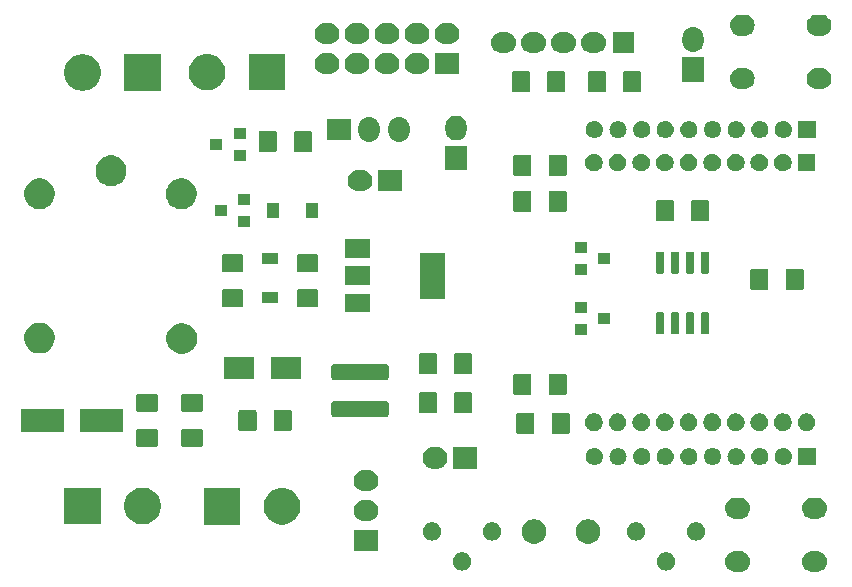
<source format=gts>
G04 #@! TF.GenerationSoftware,KiCad,Pcbnew,(5.1.2)-1*
G04 #@! TF.CreationDate,2019-11-06T14:03:34-03:00*
G04 #@! TF.ProjectId,Xbee,58626565-2e6b-4696-9361-645f70636258,rev?*
G04 #@! TF.SameCoordinates,Original*
G04 #@! TF.FileFunction,Soldermask,Top*
G04 #@! TF.FilePolarity,Negative*
%FSLAX46Y46*%
G04 Gerber Fmt 4.6, Leading zero omitted, Abs format (unit mm)*
G04 Created by KiCad (PCBNEW (5.1.2)-1) date 2019-11-06 14:03:34*
%MOMM*%
%LPD*%
G04 APERTURE LIST*
%ADD10C,0.150000*%
G04 APERTURE END LIST*
D10*
G36*
X151771442Y-77083518D02*
G01*
X151837627Y-77090037D01*
X152007466Y-77141557D01*
X152163991Y-77225222D01*
X152177890Y-77236629D01*
X152301186Y-77337814D01*
X152384448Y-77439271D01*
X152413778Y-77475009D01*
X152497443Y-77631534D01*
X152548963Y-77801373D01*
X152566359Y-77978000D01*
X152548963Y-78154627D01*
X152497443Y-78324466D01*
X152413778Y-78480991D01*
X152384448Y-78516729D01*
X152301186Y-78618186D01*
X152199729Y-78701448D01*
X152163991Y-78730778D01*
X152007466Y-78814443D01*
X151837627Y-78865963D01*
X151771443Y-78872481D01*
X151705260Y-78879000D01*
X151316740Y-78879000D01*
X151250557Y-78872481D01*
X151184373Y-78865963D01*
X151014534Y-78814443D01*
X150858009Y-78730778D01*
X150822271Y-78701448D01*
X150720814Y-78618186D01*
X150637552Y-78516729D01*
X150608222Y-78480991D01*
X150524557Y-78324466D01*
X150473037Y-78154627D01*
X150455641Y-77978000D01*
X150473037Y-77801373D01*
X150524557Y-77631534D01*
X150608222Y-77475009D01*
X150637552Y-77439271D01*
X150720814Y-77337814D01*
X150844110Y-77236629D01*
X150858009Y-77225222D01*
X151014534Y-77141557D01*
X151184373Y-77090037D01*
X151250558Y-77083518D01*
X151316740Y-77077000D01*
X151705260Y-77077000D01*
X151771442Y-77083518D01*
X151771442Y-77083518D01*
G37*
G36*
X145271442Y-77083518D02*
G01*
X145337627Y-77090037D01*
X145507466Y-77141557D01*
X145663991Y-77225222D01*
X145677890Y-77236629D01*
X145801186Y-77337814D01*
X145884448Y-77439271D01*
X145913778Y-77475009D01*
X145997443Y-77631534D01*
X146048963Y-77801373D01*
X146066359Y-77978000D01*
X146048963Y-78154627D01*
X145997443Y-78324466D01*
X145913778Y-78480991D01*
X145884448Y-78516729D01*
X145801186Y-78618186D01*
X145699729Y-78701448D01*
X145663991Y-78730778D01*
X145507466Y-78814443D01*
X145337627Y-78865963D01*
X145271443Y-78872481D01*
X145205260Y-78879000D01*
X144816740Y-78879000D01*
X144750557Y-78872481D01*
X144684373Y-78865963D01*
X144514534Y-78814443D01*
X144358009Y-78730778D01*
X144322271Y-78701448D01*
X144220814Y-78618186D01*
X144137552Y-78516729D01*
X144108222Y-78480991D01*
X144024557Y-78324466D01*
X143973037Y-78154627D01*
X143955641Y-77978000D01*
X143973037Y-77801373D01*
X144024557Y-77631534D01*
X144108222Y-77475009D01*
X144137552Y-77439271D01*
X144220814Y-77337814D01*
X144344110Y-77236629D01*
X144358009Y-77225222D01*
X144514534Y-77141557D01*
X144684373Y-77090037D01*
X144750558Y-77083518D01*
X144816740Y-77077000D01*
X145205260Y-77077000D01*
X145271442Y-77083518D01*
X145271442Y-77083518D01*
G37*
G36*
X139063589Y-77216876D02*
G01*
X139162893Y-77236629D01*
X139303206Y-77294748D01*
X139429484Y-77379125D01*
X139536875Y-77486516D01*
X139621252Y-77612794D01*
X139679371Y-77753107D01*
X139709000Y-77902063D01*
X139709000Y-78053937D01*
X139679371Y-78202893D01*
X139621252Y-78343206D01*
X139536875Y-78469484D01*
X139429484Y-78576875D01*
X139303206Y-78661252D01*
X139162893Y-78719371D01*
X139063589Y-78739124D01*
X139013938Y-78749000D01*
X138862062Y-78749000D01*
X138812411Y-78739124D01*
X138713107Y-78719371D01*
X138572794Y-78661252D01*
X138446516Y-78576875D01*
X138339125Y-78469484D01*
X138254748Y-78343206D01*
X138196629Y-78202893D01*
X138167000Y-78053937D01*
X138167000Y-77902063D01*
X138196629Y-77753107D01*
X138254748Y-77612794D01*
X138339125Y-77486516D01*
X138446516Y-77379125D01*
X138572794Y-77294748D01*
X138713107Y-77236629D01*
X138812411Y-77216876D01*
X138862062Y-77207000D01*
X139013938Y-77207000D01*
X139063589Y-77216876D01*
X139063589Y-77216876D01*
G37*
G36*
X121791589Y-77216876D02*
G01*
X121890893Y-77236629D01*
X122031206Y-77294748D01*
X122157484Y-77379125D01*
X122264875Y-77486516D01*
X122349252Y-77612794D01*
X122407371Y-77753107D01*
X122437000Y-77902063D01*
X122437000Y-78053937D01*
X122407371Y-78202893D01*
X122349252Y-78343206D01*
X122264875Y-78469484D01*
X122157484Y-78576875D01*
X122031206Y-78661252D01*
X121890893Y-78719371D01*
X121791589Y-78739124D01*
X121741938Y-78749000D01*
X121590062Y-78749000D01*
X121540411Y-78739124D01*
X121441107Y-78719371D01*
X121300794Y-78661252D01*
X121174516Y-78576875D01*
X121067125Y-78469484D01*
X120982748Y-78343206D01*
X120924629Y-78202893D01*
X120895000Y-78053937D01*
X120895000Y-77902063D01*
X120924629Y-77753107D01*
X120982748Y-77612794D01*
X121067125Y-77486516D01*
X121174516Y-77379125D01*
X121300794Y-77294748D01*
X121441107Y-77236629D01*
X121540411Y-77216876D01*
X121590062Y-77207000D01*
X121741938Y-77207000D01*
X121791589Y-77216876D01*
X121791589Y-77216876D01*
G37*
G36*
X114589000Y-77101000D02*
G01*
X112487000Y-77101000D01*
X112487000Y-75299000D01*
X114589000Y-75299000D01*
X114589000Y-77101000D01*
X114589000Y-77101000D01*
G37*
G36*
X132640564Y-74427389D02*
G01*
X132831833Y-74506615D01*
X132831835Y-74506616D01*
X132893715Y-74547963D01*
X133003973Y-74621635D01*
X133150365Y-74768027D01*
X133265385Y-74940167D01*
X133344611Y-75131436D01*
X133385000Y-75334484D01*
X133385000Y-75541516D01*
X133344611Y-75744564D01*
X133268015Y-75929483D01*
X133265384Y-75935835D01*
X133150365Y-76107973D01*
X133003973Y-76254365D01*
X132831835Y-76369384D01*
X132831834Y-76369385D01*
X132831833Y-76369385D01*
X132640564Y-76448611D01*
X132437516Y-76489000D01*
X132230484Y-76489000D01*
X132027436Y-76448611D01*
X131836167Y-76369385D01*
X131836166Y-76369385D01*
X131836165Y-76369384D01*
X131664027Y-76254365D01*
X131517635Y-76107973D01*
X131402616Y-75935835D01*
X131399985Y-75929483D01*
X131323389Y-75744564D01*
X131283000Y-75541516D01*
X131283000Y-75334484D01*
X131323389Y-75131436D01*
X131402615Y-74940167D01*
X131517635Y-74768027D01*
X131664027Y-74621635D01*
X131774285Y-74547963D01*
X131836165Y-74506616D01*
X131836167Y-74506615D01*
X132027436Y-74427389D01*
X132230484Y-74387000D01*
X132437516Y-74387000D01*
X132640564Y-74427389D01*
X132640564Y-74427389D01*
G37*
G36*
X128068564Y-74427389D02*
G01*
X128259833Y-74506615D01*
X128259835Y-74506616D01*
X128321715Y-74547963D01*
X128431973Y-74621635D01*
X128578365Y-74768027D01*
X128693385Y-74940167D01*
X128772611Y-75131436D01*
X128813000Y-75334484D01*
X128813000Y-75541516D01*
X128772611Y-75744564D01*
X128696015Y-75929483D01*
X128693384Y-75935835D01*
X128578365Y-76107973D01*
X128431973Y-76254365D01*
X128259835Y-76369384D01*
X128259834Y-76369385D01*
X128259833Y-76369385D01*
X128068564Y-76448611D01*
X127865516Y-76489000D01*
X127658484Y-76489000D01*
X127455436Y-76448611D01*
X127264167Y-76369385D01*
X127264166Y-76369385D01*
X127264165Y-76369384D01*
X127092027Y-76254365D01*
X126945635Y-76107973D01*
X126830616Y-75935835D01*
X126827985Y-75929483D01*
X126751389Y-75744564D01*
X126711000Y-75541516D01*
X126711000Y-75334484D01*
X126751389Y-75131436D01*
X126830615Y-74940167D01*
X126945635Y-74768027D01*
X127092027Y-74621635D01*
X127202285Y-74547963D01*
X127264165Y-74506616D01*
X127264167Y-74506615D01*
X127455436Y-74427389D01*
X127658484Y-74387000D01*
X127865516Y-74387000D01*
X128068564Y-74427389D01*
X128068564Y-74427389D01*
G37*
G36*
X136511537Y-74674479D02*
G01*
X136622893Y-74696629D01*
X136763206Y-74754748D01*
X136889484Y-74839125D01*
X136996875Y-74946516D01*
X137081252Y-75072794D01*
X137139371Y-75213107D01*
X137169000Y-75362063D01*
X137169000Y-75513937D01*
X137139371Y-75662893D01*
X137081252Y-75803206D01*
X136996875Y-75929484D01*
X136889484Y-76036875D01*
X136763206Y-76121252D01*
X136622893Y-76179371D01*
X136523589Y-76199124D01*
X136473938Y-76209000D01*
X136322062Y-76209000D01*
X136272411Y-76199124D01*
X136173107Y-76179371D01*
X136032794Y-76121252D01*
X135906516Y-76036875D01*
X135799125Y-75929484D01*
X135714748Y-75803206D01*
X135656629Y-75662893D01*
X135627000Y-75513937D01*
X135627000Y-75362063D01*
X135656629Y-75213107D01*
X135714748Y-75072794D01*
X135799125Y-74946516D01*
X135906516Y-74839125D01*
X136032794Y-74754748D01*
X136173107Y-74696629D01*
X136284463Y-74674479D01*
X136322062Y-74667000D01*
X136473938Y-74667000D01*
X136511537Y-74674479D01*
X136511537Y-74674479D01*
G37*
G36*
X124319537Y-74674479D02*
G01*
X124430893Y-74696629D01*
X124571206Y-74754748D01*
X124697484Y-74839125D01*
X124804875Y-74946516D01*
X124889252Y-75072794D01*
X124947371Y-75213107D01*
X124977000Y-75362063D01*
X124977000Y-75513937D01*
X124947371Y-75662893D01*
X124889252Y-75803206D01*
X124804875Y-75929484D01*
X124697484Y-76036875D01*
X124571206Y-76121252D01*
X124430893Y-76179371D01*
X124331589Y-76199124D01*
X124281938Y-76209000D01*
X124130062Y-76209000D01*
X124080411Y-76199124D01*
X123981107Y-76179371D01*
X123840794Y-76121252D01*
X123714516Y-76036875D01*
X123607125Y-75929484D01*
X123522748Y-75803206D01*
X123464629Y-75662893D01*
X123435000Y-75513937D01*
X123435000Y-75362063D01*
X123464629Y-75213107D01*
X123522748Y-75072794D01*
X123607125Y-74946516D01*
X123714516Y-74839125D01*
X123840794Y-74754748D01*
X123981107Y-74696629D01*
X124092463Y-74674479D01*
X124130062Y-74667000D01*
X124281938Y-74667000D01*
X124319537Y-74674479D01*
X124319537Y-74674479D01*
G37*
G36*
X119239537Y-74674479D02*
G01*
X119350893Y-74696629D01*
X119491206Y-74754748D01*
X119617484Y-74839125D01*
X119724875Y-74946516D01*
X119809252Y-75072794D01*
X119867371Y-75213107D01*
X119897000Y-75362063D01*
X119897000Y-75513937D01*
X119867371Y-75662893D01*
X119809252Y-75803206D01*
X119724875Y-75929484D01*
X119617484Y-76036875D01*
X119491206Y-76121252D01*
X119350893Y-76179371D01*
X119251589Y-76199124D01*
X119201938Y-76209000D01*
X119050062Y-76209000D01*
X119000411Y-76199124D01*
X118901107Y-76179371D01*
X118760794Y-76121252D01*
X118634516Y-76036875D01*
X118527125Y-75929484D01*
X118442748Y-75803206D01*
X118384629Y-75662893D01*
X118355000Y-75513937D01*
X118355000Y-75362063D01*
X118384629Y-75213107D01*
X118442748Y-75072794D01*
X118527125Y-74946516D01*
X118634516Y-74839125D01*
X118760794Y-74754748D01*
X118901107Y-74696629D01*
X119012463Y-74674479D01*
X119050062Y-74667000D01*
X119201938Y-74667000D01*
X119239537Y-74674479D01*
X119239537Y-74674479D01*
G37*
G36*
X141591537Y-74674479D02*
G01*
X141702893Y-74696629D01*
X141843206Y-74754748D01*
X141969484Y-74839125D01*
X142076875Y-74946516D01*
X142161252Y-75072794D01*
X142219371Y-75213107D01*
X142249000Y-75362063D01*
X142249000Y-75513937D01*
X142219371Y-75662893D01*
X142161252Y-75803206D01*
X142076875Y-75929484D01*
X141969484Y-76036875D01*
X141843206Y-76121252D01*
X141702893Y-76179371D01*
X141603589Y-76199124D01*
X141553938Y-76209000D01*
X141402062Y-76209000D01*
X141352411Y-76199124D01*
X141253107Y-76179371D01*
X141112794Y-76121252D01*
X140986516Y-76036875D01*
X140879125Y-75929484D01*
X140794748Y-75803206D01*
X140736629Y-75662893D01*
X140707000Y-75513937D01*
X140707000Y-75362063D01*
X140736629Y-75213107D01*
X140794748Y-75072794D01*
X140879125Y-74946516D01*
X140986516Y-74839125D01*
X141112794Y-74754748D01*
X141253107Y-74696629D01*
X141364463Y-74674479D01*
X141402062Y-74667000D01*
X141553938Y-74667000D01*
X141591537Y-74674479D01*
X141591537Y-74674479D01*
G37*
G36*
X102900000Y-74851000D02*
G01*
X99798000Y-74851000D01*
X99798000Y-71749000D01*
X102900000Y-71749000D01*
X102900000Y-74851000D01*
X102900000Y-74851000D01*
G37*
G36*
X106731585Y-71778802D02*
G01*
X106881410Y-71808604D01*
X107163674Y-71925521D01*
X107417705Y-72095259D01*
X107633741Y-72311295D01*
X107803479Y-72565326D01*
X107920396Y-72847590D01*
X107945741Y-72975009D01*
X107980000Y-73147239D01*
X107980000Y-73452761D01*
X107973911Y-73483373D01*
X107920396Y-73752410D01*
X107803479Y-74034674D01*
X107633741Y-74288705D01*
X107417705Y-74504741D01*
X107163674Y-74674479D01*
X106881410Y-74791396D01*
X106731585Y-74821198D01*
X106581761Y-74851000D01*
X106276239Y-74851000D01*
X106126415Y-74821198D01*
X105976590Y-74791396D01*
X105694326Y-74674479D01*
X105440295Y-74504741D01*
X105224259Y-74288705D01*
X105054521Y-74034674D01*
X104937604Y-73752410D01*
X104884089Y-73483373D01*
X104878000Y-73452761D01*
X104878000Y-73147239D01*
X104912259Y-72975009D01*
X104937604Y-72847590D01*
X105054521Y-72565326D01*
X105224259Y-72311295D01*
X105440295Y-72095259D01*
X105694326Y-71925521D01*
X105976590Y-71808604D01*
X106126415Y-71778802D01*
X106276239Y-71749000D01*
X106581761Y-71749000D01*
X106731585Y-71778802D01*
X106731585Y-71778802D01*
G37*
G36*
X91100000Y-74826000D02*
G01*
X87998000Y-74826000D01*
X87998000Y-71724000D01*
X91100000Y-71724000D01*
X91100000Y-74826000D01*
X91100000Y-74826000D01*
G37*
G36*
X94907444Y-71749000D02*
G01*
X95081410Y-71783604D01*
X95363674Y-71900521D01*
X95617705Y-72070259D01*
X95833741Y-72286295D01*
X96003479Y-72540326D01*
X96120396Y-72822590D01*
X96180000Y-73122240D01*
X96180000Y-73427760D01*
X96120396Y-73727410D01*
X96003479Y-74009674D01*
X95833741Y-74263705D01*
X95617705Y-74479741D01*
X95363674Y-74649479D01*
X95081410Y-74766396D01*
X94955726Y-74791396D01*
X94781761Y-74826000D01*
X94476239Y-74826000D01*
X94302274Y-74791396D01*
X94176590Y-74766396D01*
X93894326Y-74649479D01*
X93640295Y-74479741D01*
X93424259Y-74263705D01*
X93254521Y-74009674D01*
X93137604Y-73727410D01*
X93078000Y-73427760D01*
X93078000Y-73122240D01*
X93137604Y-72822590D01*
X93254521Y-72540326D01*
X93424259Y-72286295D01*
X93640295Y-72070259D01*
X93894326Y-71900521D01*
X94176590Y-71783604D01*
X94350556Y-71749000D01*
X94476239Y-71724000D01*
X94781761Y-71724000D01*
X94907444Y-71749000D01*
X94907444Y-71749000D01*
G37*
G36*
X113798442Y-72765518D02*
G01*
X113864627Y-72772037D01*
X114034466Y-72823557D01*
X114190991Y-72907222D01*
X114226729Y-72936552D01*
X114328186Y-73019814D01*
X114411448Y-73121271D01*
X114440778Y-73157009D01*
X114524443Y-73313534D01*
X114575963Y-73483373D01*
X114593359Y-73660000D01*
X114575963Y-73836627D01*
X114524443Y-74006466D01*
X114524442Y-74006468D01*
X114509365Y-74034674D01*
X114440778Y-74162991D01*
X114411448Y-74198729D01*
X114328186Y-74300186D01*
X114248035Y-74365963D01*
X114190991Y-74412778D01*
X114034466Y-74496443D01*
X113864627Y-74547963D01*
X113798442Y-74554482D01*
X113732260Y-74561000D01*
X113343740Y-74561000D01*
X113277558Y-74554482D01*
X113211373Y-74547963D01*
X113041534Y-74496443D01*
X112885009Y-74412778D01*
X112827965Y-74365963D01*
X112747814Y-74300186D01*
X112664552Y-74198729D01*
X112635222Y-74162991D01*
X112566635Y-74034674D01*
X112551558Y-74006468D01*
X112551557Y-74006466D01*
X112500037Y-73836627D01*
X112482641Y-73660000D01*
X112500037Y-73483373D01*
X112551557Y-73313534D01*
X112635222Y-73157009D01*
X112664552Y-73121271D01*
X112747814Y-73019814D01*
X112849271Y-72936552D01*
X112885009Y-72907222D01*
X113041534Y-72823557D01*
X113211373Y-72772037D01*
X113277558Y-72765518D01*
X113343740Y-72759000D01*
X113732260Y-72759000D01*
X113798442Y-72765518D01*
X113798442Y-72765518D01*
G37*
G36*
X145271442Y-72583518D02*
G01*
X145337627Y-72590037D01*
X145507466Y-72641557D01*
X145663991Y-72725222D01*
X145699729Y-72754552D01*
X145801186Y-72837814D01*
X145884448Y-72939271D01*
X145913778Y-72975009D01*
X145997443Y-73131534D01*
X146048963Y-73301373D01*
X146066359Y-73478000D01*
X146048963Y-73654627D01*
X145997443Y-73824466D01*
X145913778Y-73980991D01*
X145892871Y-74006466D01*
X145801186Y-74118186D01*
X145699729Y-74201448D01*
X145663991Y-74230778D01*
X145507466Y-74314443D01*
X145337627Y-74365963D01*
X145271442Y-74372482D01*
X145205260Y-74379000D01*
X144816740Y-74379000D01*
X144750558Y-74372482D01*
X144684373Y-74365963D01*
X144514534Y-74314443D01*
X144358009Y-74230778D01*
X144322271Y-74201448D01*
X144220814Y-74118186D01*
X144129129Y-74006466D01*
X144108222Y-73980991D01*
X144024557Y-73824466D01*
X143973037Y-73654627D01*
X143955641Y-73478000D01*
X143973037Y-73301373D01*
X144024557Y-73131534D01*
X144108222Y-72975009D01*
X144137552Y-72939271D01*
X144220814Y-72837814D01*
X144322271Y-72754552D01*
X144358009Y-72725222D01*
X144514534Y-72641557D01*
X144684373Y-72590037D01*
X144750558Y-72583518D01*
X144816740Y-72577000D01*
X145205260Y-72577000D01*
X145271442Y-72583518D01*
X145271442Y-72583518D01*
G37*
G36*
X151771442Y-72583518D02*
G01*
X151837627Y-72590037D01*
X152007466Y-72641557D01*
X152163991Y-72725222D01*
X152199729Y-72754552D01*
X152301186Y-72837814D01*
X152384448Y-72939271D01*
X152413778Y-72975009D01*
X152497443Y-73131534D01*
X152548963Y-73301373D01*
X152566359Y-73478000D01*
X152548963Y-73654627D01*
X152497443Y-73824466D01*
X152413778Y-73980991D01*
X152392871Y-74006466D01*
X152301186Y-74118186D01*
X152199729Y-74201448D01*
X152163991Y-74230778D01*
X152007466Y-74314443D01*
X151837627Y-74365963D01*
X151771442Y-74372482D01*
X151705260Y-74379000D01*
X151316740Y-74379000D01*
X151250558Y-74372482D01*
X151184373Y-74365963D01*
X151014534Y-74314443D01*
X150858009Y-74230778D01*
X150822271Y-74201448D01*
X150720814Y-74118186D01*
X150629129Y-74006466D01*
X150608222Y-73980991D01*
X150524557Y-73824466D01*
X150473037Y-73654627D01*
X150455641Y-73478000D01*
X150473037Y-73301373D01*
X150524557Y-73131534D01*
X150608222Y-72975009D01*
X150637552Y-72939271D01*
X150720814Y-72837814D01*
X150822271Y-72754552D01*
X150858009Y-72725222D01*
X151014534Y-72641557D01*
X151184373Y-72590037D01*
X151250558Y-72583518D01*
X151316740Y-72577000D01*
X151705260Y-72577000D01*
X151771442Y-72583518D01*
X151771442Y-72583518D01*
G37*
G36*
X113798442Y-70225518D02*
G01*
X113864627Y-70232037D01*
X114034466Y-70283557D01*
X114190991Y-70367222D01*
X114226729Y-70396552D01*
X114328186Y-70479814D01*
X114411448Y-70581271D01*
X114440778Y-70617009D01*
X114524443Y-70773534D01*
X114575963Y-70943373D01*
X114593359Y-71120000D01*
X114575963Y-71296627D01*
X114524443Y-71466466D01*
X114440778Y-71622991D01*
X114411448Y-71658729D01*
X114328186Y-71760186D01*
X114226729Y-71843448D01*
X114190991Y-71872778D01*
X114034466Y-71956443D01*
X113864627Y-72007963D01*
X113798443Y-72014481D01*
X113732260Y-72021000D01*
X113343740Y-72021000D01*
X113277557Y-72014481D01*
X113211373Y-72007963D01*
X113041534Y-71956443D01*
X112885009Y-71872778D01*
X112849271Y-71843448D01*
X112747814Y-71760186D01*
X112664552Y-71658729D01*
X112635222Y-71622991D01*
X112551557Y-71466466D01*
X112500037Y-71296627D01*
X112482641Y-71120000D01*
X112500037Y-70943373D01*
X112551557Y-70773534D01*
X112635222Y-70617009D01*
X112664552Y-70581271D01*
X112747814Y-70479814D01*
X112849271Y-70396552D01*
X112885009Y-70367222D01*
X113041534Y-70283557D01*
X113211373Y-70232037D01*
X113277558Y-70225518D01*
X113343740Y-70219000D01*
X113732260Y-70219000D01*
X113798442Y-70225518D01*
X113798442Y-70225518D01*
G37*
G36*
X119640442Y-68320518D02*
G01*
X119706627Y-68327037D01*
X119876466Y-68378557D01*
X120032991Y-68462222D01*
X120068729Y-68491552D01*
X120170186Y-68574814D01*
X120253448Y-68676271D01*
X120282778Y-68712009D01*
X120366443Y-68868534D01*
X120417963Y-69038373D01*
X120435359Y-69215000D01*
X120417963Y-69391627D01*
X120366443Y-69561466D01*
X120282778Y-69717991D01*
X120253448Y-69753729D01*
X120170186Y-69855186D01*
X120068729Y-69938448D01*
X120032991Y-69967778D01*
X119876466Y-70051443D01*
X119706627Y-70102963D01*
X119640442Y-70109482D01*
X119574260Y-70116000D01*
X119185740Y-70116000D01*
X119119558Y-70109482D01*
X119053373Y-70102963D01*
X118883534Y-70051443D01*
X118727009Y-69967778D01*
X118691271Y-69938448D01*
X118589814Y-69855186D01*
X118506552Y-69753729D01*
X118477222Y-69717991D01*
X118393557Y-69561466D01*
X118342037Y-69391627D01*
X118324641Y-69215000D01*
X118342037Y-69038373D01*
X118393557Y-68868534D01*
X118477222Y-68712009D01*
X118506552Y-68676271D01*
X118589814Y-68574814D01*
X118691271Y-68491552D01*
X118727009Y-68462222D01*
X118883534Y-68378557D01*
X119053373Y-68327037D01*
X119119558Y-68320518D01*
X119185740Y-68314000D01*
X119574260Y-68314000D01*
X119640442Y-68320518D01*
X119640442Y-68320518D01*
G37*
G36*
X122971000Y-70116000D02*
G01*
X120869000Y-70116000D01*
X120869000Y-68314000D01*
X122971000Y-68314000D01*
X122971000Y-70116000D01*
X122971000Y-70116000D01*
G37*
G36*
X146945213Y-68365502D02*
G01*
X147016321Y-68372505D01*
X147153172Y-68414019D01*
X147153175Y-68414020D01*
X147279294Y-68481432D01*
X147389843Y-68572157D01*
X147480568Y-68682706D01*
X147547980Y-68808825D01*
X147547981Y-68808828D01*
X147589495Y-68945679D01*
X147603512Y-69088000D01*
X147589495Y-69230321D01*
X147547981Y-69367172D01*
X147547980Y-69367175D01*
X147480568Y-69493294D01*
X147389843Y-69603843D01*
X147279294Y-69694568D01*
X147153175Y-69761980D01*
X147153172Y-69761981D01*
X147016321Y-69803495D01*
X146945213Y-69810498D01*
X146909660Y-69814000D01*
X146838340Y-69814000D01*
X146802787Y-69810498D01*
X146731679Y-69803495D01*
X146594828Y-69761981D01*
X146594825Y-69761980D01*
X146468706Y-69694568D01*
X146358157Y-69603843D01*
X146267432Y-69493294D01*
X146200020Y-69367175D01*
X146200019Y-69367172D01*
X146158505Y-69230321D01*
X146144488Y-69088000D01*
X146158505Y-68945679D01*
X146200019Y-68808828D01*
X146200020Y-68808825D01*
X146267432Y-68682706D01*
X146358157Y-68572157D01*
X146468706Y-68481432D01*
X146594825Y-68414020D01*
X146594828Y-68414019D01*
X146731679Y-68372505D01*
X146802787Y-68365502D01*
X146838340Y-68362000D01*
X146909660Y-68362000D01*
X146945213Y-68365502D01*
X146945213Y-68365502D01*
G37*
G36*
X132945213Y-68365502D02*
G01*
X133016321Y-68372505D01*
X133153172Y-68414019D01*
X133153175Y-68414020D01*
X133279294Y-68481432D01*
X133389843Y-68572157D01*
X133480568Y-68682706D01*
X133547980Y-68808825D01*
X133547981Y-68808828D01*
X133589495Y-68945679D01*
X133603512Y-69088000D01*
X133589495Y-69230321D01*
X133547981Y-69367172D01*
X133547980Y-69367175D01*
X133480568Y-69493294D01*
X133389843Y-69603843D01*
X133279294Y-69694568D01*
X133153175Y-69761980D01*
X133153172Y-69761981D01*
X133016321Y-69803495D01*
X132945213Y-69810498D01*
X132909660Y-69814000D01*
X132838340Y-69814000D01*
X132802787Y-69810498D01*
X132731679Y-69803495D01*
X132594828Y-69761981D01*
X132594825Y-69761980D01*
X132468706Y-69694568D01*
X132358157Y-69603843D01*
X132267432Y-69493294D01*
X132200020Y-69367175D01*
X132200019Y-69367172D01*
X132158505Y-69230321D01*
X132144488Y-69088000D01*
X132158505Y-68945679D01*
X132200019Y-68808828D01*
X132200020Y-68808825D01*
X132267432Y-68682706D01*
X132358157Y-68572157D01*
X132468706Y-68481432D01*
X132594825Y-68414020D01*
X132594828Y-68414019D01*
X132731679Y-68372505D01*
X132802787Y-68365502D01*
X132838340Y-68362000D01*
X132909660Y-68362000D01*
X132945213Y-68365502D01*
X132945213Y-68365502D01*
G37*
G36*
X134945213Y-68365502D02*
G01*
X135016321Y-68372505D01*
X135153172Y-68414019D01*
X135153175Y-68414020D01*
X135279294Y-68481432D01*
X135389843Y-68572157D01*
X135480568Y-68682706D01*
X135547980Y-68808825D01*
X135547981Y-68808828D01*
X135589495Y-68945679D01*
X135603512Y-69088000D01*
X135589495Y-69230321D01*
X135547981Y-69367172D01*
X135547980Y-69367175D01*
X135480568Y-69493294D01*
X135389843Y-69603843D01*
X135279294Y-69694568D01*
X135153175Y-69761980D01*
X135153172Y-69761981D01*
X135016321Y-69803495D01*
X134945213Y-69810498D01*
X134909660Y-69814000D01*
X134838340Y-69814000D01*
X134802787Y-69810498D01*
X134731679Y-69803495D01*
X134594828Y-69761981D01*
X134594825Y-69761980D01*
X134468706Y-69694568D01*
X134358157Y-69603843D01*
X134267432Y-69493294D01*
X134200020Y-69367175D01*
X134200019Y-69367172D01*
X134158505Y-69230321D01*
X134144488Y-69088000D01*
X134158505Y-68945679D01*
X134200019Y-68808828D01*
X134200020Y-68808825D01*
X134267432Y-68682706D01*
X134358157Y-68572157D01*
X134468706Y-68481432D01*
X134594825Y-68414020D01*
X134594828Y-68414019D01*
X134731679Y-68372505D01*
X134802787Y-68365502D01*
X134838340Y-68362000D01*
X134909660Y-68362000D01*
X134945213Y-68365502D01*
X134945213Y-68365502D01*
G37*
G36*
X136945213Y-68365502D02*
G01*
X137016321Y-68372505D01*
X137153172Y-68414019D01*
X137153175Y-68414020D01*
X137279294Y-68481432D01*
X137389843Y-68572157D01*
X137480568Y-68682706D01*
X137547980Y-68808825D01*
X137547981Y-68808828D01*
X137589495Y-68945679D01*
X137603512Y-69088000D01*
X137589495Y-69230321D01*
X137547981Y-69367172D01*
X137547980Y-69367175D01*
X137480568Y-69493294D01*
X137389843Y-69603843D01*
X137279294Y-69694568D01*
X137153175Y-69761980D01*
X137153172Y-69761981D01*
X137016321Y-69803495D01*
X136945213Y-69810498D01*
X136909660Y-69814000D01*
X136838340Y-69814000D01*
X136802787Y-69810498D01*
X136731679Y-69803495D01*
X136594828Y-69761981D01*
X136594825Y-69761980D01*
X136468706Y-69694568D01*
X136358157Y-69603843D01*
X136267432Y-69493294D01*
X136200020Y-69367175D01*
X136200019Y-69367172D01*
X136158505Y-69230321D01*
X136144488Y-69088000D01*
X136158505Y-68945679D01*
X136200019Y-68808828D01*
X136200020Y-68808825D01*
X136267432Y-68682706D01*
X136358157Y-68572157D01*
X136468706Y-68481432D01*
X136594825Y-68414020D01*
X136594828Y-68414019D01*
X136731679Y-68372505D01*
X136802787Y-68365502D01*
X136838340Y-68362000D01*
X136909660Y-68362000D01*
X136945213Y-68365502D01*
X136945213Y-68365502D01*
G37*
G36*
X138945213Y-68365502D02*
G01*
X139016321Y-68372505D01*
X139153172Y-68414019D01*
X139153175Y-68414020D01*
X139279294Y-68481432D01*
X139389843Y-68572157D01*
X139480568Y-68682706D01*
X139547980Y-68808825D01*
X139547981Y-68808828D01*
X139589495Y-68945679D01*
X139603512Y-69088000D01*
X139589495Y-69230321D01*
X139547981Y-69367172D01*
X139547980Y-69367175D01*
X139480568Y-69493294D01*
X139389843Y-69603843D01*
X139279294Y-69694568D01*
X139153175Y-69761980D01*
X139153172Y-69761981D01*
X139016321Y-69803495D01*
X138945213Y-69810498D01*
X138909660Y-69814000D01*
X138838340Y-69814000D01*
X138802787Y-69810498D01*
X138731679Y-69803495D01*
X138594828Y-69761981D01*
X138594825Y-69761980D01*
X138468706Y-69694568D01*
X138358157Y-69603843D01*
X138267432Y-69493294D01*
X138200020Y-69367175D01*
X138200019Y-69367172D01*
X138158505Y-69230321D01*
X138144488Y-69088000D01*
X138158505Y-68945679D01*
X138200019Y-68808828D01*
X138200020Y-68808825D01*
X138267432Y-68682706D01*
X138358157Y-68572157D01*
X138468706Y-68481432D01*
X138594825Y-68414020D01*
X138594828Y-68414019D01*
X138731679Y-68372505D01*
X138802787Y-68365502D01*
X138838340Y-68362000D01*
X138909660Y-68362000D01*
X138945213Y-68365502D01*
X138945213Y-68365502D01*
G37*
G36*
X144945213Y-68365502D02*
G01*
X145016321Y-68372505D01*
X145153172Y-68414019D01*
X145153175Y-68414020D01*
X145279294Y-68481432D01*
X145389843Y-68572157D01*
X145480568Y-68682706D01*
X145547980Y-68808825D01*
X145547981Y-68808828D01*
X145589495Y-68945679D01*
X145603512Y-69088000D01*
X145589495Y-69230321D01*
X145547981Y-69367172D01*
X145547980Y-69367175D01*
X145480568Y-69493294D01*
X145389843Y-69603843D01*
X145279294Y-69694568D01*
X145153175Y-69761980D01*
X145153172Y-69761981D01*
X145016321Y-69803495D01*
X144945213Y-69810498D01*
X144909660Y-69814000D01*
X144838340Y-69814000D01*
X144802787Y-69810498D01*
X144731679Y-69803495D01*
X144594828Y-69761981D01*
X144594825Y-69761980D01*
X144468706Y-69694568D01*
X144358157Y-69603843D01*
X144267432Y-69493294D01*
X144200020Y-69367175D01*
X144200019Y-69367172D01*
X144158505Y-69230321D01*
X144144488Y-69088000D01*
X144158505Y-68945679D01*
X144200019Y-68808828D01*
X144200020Y-68808825D01*
X144267432Y-68682706D01*
X144358157Y-68572157D01*
X144468706Y-68481432D01*
X144594825Y-68414020D01*
X144594828Y-68414019D01*
X144731679Y-68372505D01*
X144802787Y-68365502D01*
X144838340Y-68362000D01*
X144909660Y-68362000D01*
X144945213Y-68365502D01*
X144945213Y-68365502D01*
G37*
G36*
X151600000Y-69814000D02*
G01*
X150148000Y-69814000D01*
X150148000Y-68362000D01*
X151600000Y-68362000D01*
X151600000Y-69814000D01*
X151600000Y-69814000D01*
G37*
G36*
X148945213Y-68365502D02*
G01*
X149016321Y-68372505D01*
X149153172Y-68414019D01*
X149153175Y-68414020D01*
X149279294Y-68481432D01*
X149389843Y-68572157D01*
X149480568Y-68682706D01*
X149547980Y-68808825D01*
X149547981Y-68808828D01*
X149589495Y-68945679D01*
X149603512Y-69088000D01*
X149589495Y-69230321D01*
X149547981Y-69367172D01*
X149547980Y-69367175D01*
X149480568Y-69493294D01*
X149389843Y-69603843D01*
X149279294Y-69694568D01*
X149153175Y-69761980D01*
X149153172Y-69761981D01*
X149016321Y-69803495D01*
X148945213Y-69810498D01*
X148909660Y-69814000D01*
X148838340Y-69814000D01*
X148802787Y-69810498D01*
X148731679Y-69803495D01*
X148594828Y-69761981D01*
X148594825Y-69761980D01*
X148468706Y-69694568D01*
X148358157Y-69603843D01*
X148267432Y-69493294D01*
X148200020Y-69367175D01*
X148200019Y-69367172D01*
X148158505Y-69230321D01*
X148144488Y-69088000D01*
X148158505Y-68945679D01*
X148200019Y-68808828D01*
X148200020Y-68808825D01*
X148267432Y-68682706D01*
X148358157Y-68572157D01*
X148468706Y-68481432D01*
X148594825Y-68414020D01*
X148594828Y-68414019D01*
X148731679Y-68372505D01*
X148802787Y-68365502D01*
X148838340Y-68362000D01*
X148909660Y-68362000D01*
X148945213Y-68365502D01*
X148945213Y-68365502D01*
G37*
G36*
X140945213Y-68365502D02*
G01*
X141016321Y-68372505D01*
X141153172Y-68414019D01*
X141153175Y-68414020D01*
X141279294Y-68481432D01*
X141389843Y-68572157D01*
X141480568Y-68682706D01*
X141547980Y-68808825D01*
X141547981Y-68808828D01*
X141589495Y-68945679D01*
X141603512Y-69088000D01*
X141589495Y-69230321D01*
X141547981Y-69367172D01*
X141547980Y-69367175D01*
X141480568Y-69493294D01*
X141389843Y-69603843D01*
X141279294Y-69694568D01*
X141153175Y-69761980D01*
X141153172Y-69761981D01*
X141016321Y-69803495D01*
X140945213Y-69810498D01*
X140909660Y-69814000D01*
X140838340Y-69814000D01*
X140802787Y-69810498D01*
X140731679Y-69803495D01*
X140594828Y-69761981D01*
X140594825Y-69761980D01*
X140468706Y-69694568D01*
X140358157Y-69603843D01*
X140267432Y-69493294D01*
X140200020Y-69367175D01*
X140200019Y-69367172D01*
X140158505Y-69230321D01*
X140144488Y-69088000D01*
X140158505Y-68945679D01*
X140200019Y-68808828D01*
X140200020Y-68808825D01*
X140267432Y-68682706D01*
X140358157Y-68572157D01*
X140468706Y-68481432D01*
X140594825Y-68414020D01*
X140594828Y-68414019D01*
X140731679Y-68372505D01*
X140802787Y-68365502D01*
X140838340Y-68362000D01*
X140909660Y-68362000D01*
X140945213Y-68365502D01*
X140945213Y-68365502D01*
G37*
G36*
X142945213Y-68365502D02*
G01*
X143016321Y-68372505D01*
X143153172Y-68414019D01*
X143153175Y-68414020D01*
X143279294Y-68481432D01*
X143389843Y-68572157D01*
X143480568Y-68682706D01*
X143547980Y-68808825D01*
X143547981Y-68808828D01*
X143589495Y-68945679D01*
X143603512Y-69088000D01*
X143589495Y-69230321D01*
X143547981Y-69367172D01*
X143547980Y-69367175D01*
X143480568Y-69493294D01*
X143389843Y-69603843D01*
X143279294Y-69694568D01*
X143153175Y-69761980D01*
X143153172Y-69761981D01*
X143016321Y-69803495D01*
X142945213Y-69810498D01*
X142909660Y-69814000D01*
X142838340Y-69814000D01*
X142802787Y-69810498D01*
X142731679Y-69803495D01*
X142594828Y-69761981D01*
X142594825Y-69761980D01*
X142468706Y-69694568D01*
X142358157Y-69603843D01*
X142267432Y-69493294D01*
X142200020Y-69367175D01*
X142200019Y-69367172D01*
X142158505Y-69230321D01*
X142144488Y-69088000D01*
X142158505Y-68945679D01*
X142200019Y-68808828D01*
X142200020Y-68808825D01*
X142267432Y-68682706D01*
X142358157Y-68572157D01*
X142468706Y-68481432D01*
X142594825Y-68414020D01*
X142594828Y-68414019D01*
X142731679Y-68372505D01*
X142802787Y-68365502D01*
X142838340Y-68362000D01*
X142909660Y-68362000D01*
X142945213Y-68365502D01*
X142945213Y-68365502D01*
G37*
G36*
X99581562Y-66768181D02*
G01*
X99616481Y-66778774D01*
X99648663Y-66795976D01*
X99676873Y-66819127D01*
X99700024Y-66847337D01*
X99717226Y-66879519D01*
X99727819Y-66914438D01*
X99732000Y-66956895D01*
X99732000Y-68098105D01*
X99727819Y-68140562D01*
X99717226Y-68175481D01*
X99700024Y-68207663D01*
X99676873Y-68235873D01*
X99648663Y-68259024D01*
X99616481Y-68276226D01*
X99581562Y-68286819D01*
X99539105Y-68291000D01*
X98072895Y-68291000D01*
X98030438Y-68286819D01*
X97995519Y-68276226D01*
X97963337Y-68259024D01*
X97935127Y-68235873D01*
X97911976Y-68207663D01*
X97894774Y-68175481D01*
X97884181Y-68140562D01*
X97880000Y-68098105D01*
X97880000Y-66956895D01*
X97884181Y-66914438D01*
X97894774Y-66879519D01*
X97911976Y-66847337D01*
X97935127Y-66819127D01*
X97963337Y-66795976D01*
X97995519Y-66778774D01*
X98030438Y-66768181D01*
X98072895Y-66764000D01*
X99539105Y-66764000D01*
X99581562Y-66768181D01*
X99581562Y-66768181D01*
G37*
G36*
X95771562Y-66768181D02*
G01*
X95806481Y-66778774D01*
X95838663Y-66795976D01*
X95866873Y-66819127D01*
X95890024Y-66847337D01*
X95907226Y-66879519D01*
X95917819Y-66914438D01*
X95922000Y-66956895D01*
X95922000Y-68098105D01*
X95917819Y-68140562D01*
X95907226Y-68175481D01*
X95890024Y-68207663D01*
X95866873Y-68235873D01*
X95838663Y-68259024D01*
X95806481Y-68276226D01*
X95771562Y-68286819D01*
X95729105Y-68291000D01*
X94262895Y-68291000D01*
X94220438Y-68286819D01*
X94185519Y-68276226D01*
X94153337Y-68259024D01*
X94125127Y-68235873D01*
X94101976Y-68207663D01*
X94084774Y-68175481D01*
X94074181Y-68140562D01*
X94070000Y-68098105D01*
X94070000Y-66956895D01*
X94074181Y-66914438D01*
X94084774Y-66879519D01*
X94101976Y-66847337D01*
X94125127Y-66819127D01*
X94153337Y-66795976D01*
X94185519Y-66778774D01*
X94220438Y-66768181D01*
X94262895Y-66764000D01*
X95729105Y-66764000D01*
X95771562Y-66768181D01*
X95771562Y-66768181D01*
G37*
G36*
X127649562Y-65372181D02*
G01*
X127684481Y-65382774D01*
X127716663Y-65399976D01*
X127744873Y-65423127D01*
X127768024Y-65451337D01*
X127785226Y-65483519D01*
X127795819Y-65518438D01*
X127800000Y-65560895D01*
X127800000Y-67027105D01*
X127795819Y-67069562D01*
X127785226Y-67104481D01*
X127768024Y-67136663D01*
X127744873Y-67164873D01*
X127716663Y-67188024D01*
X127684481Y-67205226D01*
X127649562Y-67215819D01*
X127607105Y-67220000D01*
X126465895Y-67220000D01*
X126423438Y-67215819D01*
X126388519Y-67205226D01*
X126356337Y-67188024D01*
X126328127Y-67164873D01*
X126304976Y-67136663D01*
X126287774Y-67104481D01*
X126277181Y-67069562D01*
X126273000Y-67027105D01*
X126273000Y-65560895D01*
X126277181Y-65518438D01*
X126287774Y-65483519D01*
X126304976Y-65451337D01*
X126328127Y-65423127D01*
X126356337Y-65399976D01*
X126388519Y-65382774D01*
X126423438Y-65372181D01*
X126465895Y-65368000D01*
X127607105Y-65368000D01*
X127649562Y-65372181D01*
X127649562Y-65372181D01*
G37*
G36*
X130624562Y-65372181D02*
G01*
X130659481Y-65382774D01*
X130691663Y-65399976D01*
X130719873Y-65423127D01*
X130743024Y-65451337D01*
X130760226Y-65483519D01*
X130770819Y-65518438D01*
X130775000Y-65560895D01*
X130775000Y-67027105D01*
X130770819Y-67069562D01*
X130760226Y-67104481D01*
X130743024Y-67136663D01*
X130719873Y-67164873D01*
X130691663Y-67188024D01*
X130659481Y-67205226D01*
X130624562Y-67215819D01*
X130582105Y-67220000D01*
X129440895Y-67220000D01*
X129398438Y-67215819D01*
X129363519Y-67205226D01*
X129331337Y-67188024D01*
X129303127Y-67164873D01*
X129279976Y-67136663D01*
X129262774Y-67104481D01*
X129252181Y-67069562D01*
X129248000Y-67027105D01*
X129248000Y-65560895D01*
X129252181Y-65518438D01*
X129262774Y-65483519D01*
X129279976Y-65451337D01*
X129303127Y-65423127D01*
X129331337Y-65399976D01*
X129363519Y-65382774D01*
X129398438Y-65372181D01*
X129440895Y-65368000D01*
X130582105Y-65368000D01*
X130624562Y-65372181D01*
X130624562Y-65372181D01*
G37*
G36*
X87947000Y-66991000D02*
G01*
X84345000Y-66991000D01*
X84345000Y-65089000D01*
X87947000Y-65089000D01*
X87947000Y-66991000D01*
X87947000Y-66991000D01*
G37*
G36*
X92947000Y-66991000D02*
G01*
X89345000Y-66991000D01*
X89345000Y-65089000D01*
X92947000Y-65089000D01*
X92947000Y-66991000D01*
X92947000Y-66991000D01*
G37*
G36*
X107093062Y-65118181D02*
G01*
X107127981Y-65128774D01*
X107160163Y-65145976D01*
X107188373Y-65169127D01*
X107211524Y-65197337D01*
X107228726Y-65229519D01*
X107239319Y-65264438D01*
X107243500Y-65306895D01*
X107243500Y-66773105D01*
X107239319Y-66815562D01*
X107228726Y-66850481D01*
X107211524Y-66882663D01*
X107188373Y-66910873D01*
X107160163Y-66934024D01*
X107127981Y-66951226D01*
X107093062Y-66961819D01*
X107050605Y-66966000D01*
X105909395Y-66966000D01*
X105866938Y-66961819D01*
X105832019Y-66951226D01*
X105799837Y-66934024D01*
X105771627Y-66910873D01*
X105748476Y-66882663D01*
X105731274Y-66850481D01*
X105720681Y-66815562D01*
X105716500Y-66773105D01*
X105716500Y-65306895D01*
X105720681Y-65264438D01*
X105731274Y-65229519D01*
X105748476Y-65197337D01*
X105771627Y-65169127D01*
X105799837Y-65145976D01*
X105832019Y-65128774D01*
X105866938Y-65118181D01*
X105909395Y-65114000D01*
X107050605Y-65114000D01*
X107093062Y-65118181D01*
X107093062Y-65118181D01*
G37*
G36*
X104118062Y-65118181D02*
G01*
X104152981Y-65128774D01*
X104185163Y-65145976D01*
X104213373Y-65169127D01*
X104236524Y-65197337D01*
X104253726Y-65229519D01*
X104264319Y-65264438D01*
X104268500Y-65306895D01*
X104268500Y-66773105D01*
X104264319Y-66815562D01*
X104253726Y-66850481D01*
X104236524Y-66882663D01*
X104213373Y-66910873D01*
X104185163Y-66934024D01*
X104152981Y-66951226D01*
X104118062Y-66961819D01*
X104075605Y-66966000D01*
X102934395Y-66966000D01*
X102891938Y-66961819D01*
X102857019Y-66951226D01*
X102824837Y-66934024D01*
X102796627Y-66910873D01*
X102773476Y-66882663D01*
X102756274Y-66850481D01*
X102745681Y-66815562D01*
X102741500Y-66773105D01*
X102741500Y-65306895D01*
X102745681Y-65264438D01*
X102756274Y-65229519D01*
X102773476Y-65197337D01*
X102796627Y-65169127D01*
X102824837Y-65145976D01*
X102857019Y-65128774D01*
X102891938Y-65118181D01*
X102934395Y-65114000D01*
X104075605Y-65114000D01*
X104118062Y-65118181D01*
X104118062Y-65118181D01*
G37*
G36*
X135055699Y-65468580D02*
G01*
X135176067Y-65518438D01*
X135192372Y-65525192D01*
X135315375Y-65607380D01*
X135419980Y-65711985D01*
X135502168Y-65834988D01*
X135558780Y-65971661D01*
X135587640Y-66116753D01*
X135587640Y-66264687D01*
X135558780Y-66409779D01*
X135502168Y-66546452D01*
X135419980Y-66669455D01*
X135315375Y-66774060D01*
X135192372Y-66856248D01*
X135192371Y-66856249D01*
X135192370Y-66856249D01*
X135055699Y-66912860D01*
X134910608Y-66941720D01*
X134762672Y-66941720D01*
X134617581Y-66912860D01*
X134480910Y-66856249D01*
X134480909Y-66856249D01*
X134480908Y-66856248D01*
X134357905Y-66774060D01*
X134253300Y-66669455D01*
X134171112Y-66546452D01*
X134114500Y-66409779D01*
X134085640Y-66264687D01*
X134085640Y-66116753D01*
X134114500Y-65971661D01*
X134171112Y-65834988D01*
X134253300Y-65711985D01*
X134357905Y-65607380D01*
X134480908Y-65525192D01*
X134497214Y-65518438D01*
X134617581Y-65468580D01*
X134762672Y-65439720D01*
X134910608Y-65439720D01*
X135055699Y-65468580D01*
X135055699Y-65468580D01*
G37*
G36*
X149055699Y-65468580D02*
G01*
X149176067Y-65518438D01*
X149192372Y-65525192D01*
X149315375Y-65607380D01*
X149419980Y-65711985D01*
X149502168Y-65834988D01*
X149558780Y-65971661D01*
X149587640Y-66116753D01*
X149587640Y-66264687D01*
X149558780Y-66409779D01*
X149502168Y-66546452D01*
X149419980Y-66669455D01*
X149315375Y-66774060D01*
X149192372Y-66856248D01*
X149192371Y-66856249D01*
X149192370Y-66856249D01*
X149055699Y-66912860D01*
X148910608Y-66941720D01*
X148762672Y-66941720D01*
X148617581Y-66912860D01*
X148480910Y-66856249D01*
X148480909Y-66856249D01*
X148480908Y-66856248D01*
X148357905Y-66774060D01*
X148253300Y-66669455D01*
X148171112Y-66546452D01*
X148114500Y-66409779D01*
X148085640Y-66264687D01*
X148085640Y-66116753D01*
X148114500Y-65971661D01*
X148171112Y-65834988D01*
X148253300Y-65711985D01*
X148357905Y-65607380D01*
X148480908Y-65525192D01*
X148497214Y-65518438D01*
X148617581Y-65468580D01*
X148762672Y-65439720D01*
X148910608Y-65439720D01*
X149055699Y-65468580D01*
X149055699Y-65468580D01*
G37*
G36*
X147055699Y-65468580D02*
G01*
X147176067Y-65518438D01*
X147192372Y-65525192D01*
X147315375Y-65607380D01*
X147419980Y-65711985D01*
X147502168Y-65834988D01*
X147558780Y-65971661D01*
X147587640Y-66116753D01*
X147587640Y-66264687D01*
X147558780Y-66409779D01*
X147502168Y-66546452D01*
X147419980Y-66669455D01*
X147315375Y-66774060D01*
X147192372Y-66856248D01*
X147192371Y-66856249D01*
X147192370Y-66856249D01*
X147055699Y-66912860D01*
X146910608Y-66941720D01*
X146762672Y-66941720D01*
X146617581Y-66912860D01*
X146480910Y-66856249D01*
X146480909Y-66856249D01*
X146480908Y-66856248D01*
X146357905Y-66774060D01*
X146253300Y-66669455D01*
X146171112Y-66546452D01*
X146114500Y-66409779D01*
X146085640Y-66264687D01*
X146085640Y-66116753D01*
X146114500Y-65971661D01*
X146171112Y-65834988D01*
X146253300Y-65711985D01*
X146357905Y-65607380D01*
X146480908Y-65525192D01*
X146497214Y-65518438D01*
X146617581Y-65468580D01*
X146762672Y-65439720D01*
X146910608Y-65439720D01*
X147055699Y-65468580D01*
X147055699Y-65468580D01*
G37*
G36*
X145055699Y-65468580D02*
G01*
X145176067Y-65518438D01*
X145192372Y-65525192D01*
X145315375Y-65607380D01*
X145419980Y-65711985D01*
X145502168Y-65834988D01*
X145558780Y-65971661D01*
X145587640Y-66116753D01*
X145587640Y-66264687D01*
X145558780Y-66409779D01*
X145502168Y-66546452D01*
X145419980Y-66669455D01*
X145315375Y-66774060D01*
X145192372Y-66856248D01*
X145192371Y-66856249D01*
X145192370Y-66856249D01*
X145055699Y-66912860D01*
X144910608Y-66941720D01*
X144762672Y-66941720D01*
X144617581Y-66912860D01*
X144480910Y-66856249D01*
X144480909Y-66856249D01*
X144480908Y-66856248D01*
X144357905Y-66774060D01*
X144253300Y-66669455D01*
X144171112Y-66546452D01*
X144114500Y-66409779D01*
X144085640Y-66264687D01*
X144085640Y-66116753D01*
X144114500Y-65971661D01*
X144171112Y-65834988D01*
X144253300Y-65711985D01*
X144357905Y-65607380D01*
X144480908Y-65525192D01*
X144497214Y-65518438D01*
X144617581Y-65468580D01*
X144762672Y-65439720D01*
X144910608Y-65439720D01*
X145055699Y-65468580D01*
X145055699Y-65468580D01*
G37*
G36*
X151055699Y-65468580D02*
G01*
X151176067Y-65518438D01*
X151192372Y-65525192D01*
X151315375Y-65607380D01*
X151419980Y-65711985D01*
X151502168Y-65834988D01*
X151558780Y-65971661D01*
X151587640Y-66116753D01*
X151587640Y-66264687D01*
X151558780Y-66409779D01*
X151502168Y-66546452D01*
X151419980Y-66669455D01*
X151315375Y-66774060D01*
X151192372Y-66856248D01*
X151192371Y-66856249D01*
X151192370Y-66856249D01*
X151055699Y-66912860D01*
X150910608Y-66941720D01*
X150762672Y-66941720D01*
X150617581Y-66912860D01*
X150480910Y-66856249D01*
X150480909Y-66856249D01*
X150480908Y-66856248D01*
X150357905Y-66774060D01*
X150253300Y-66669455D01*
X150171112Y-66546452D01*
X150114500Y-66409779D01*
X150085640Y-66264687D01*
X150085640Y-66116753D01*
X150114500Y-65971661D01*
X150171112Y-65834988D01*
X150253300Y-65711985D01*
X150357905Y-65607380D01*
X150480908Y-65525192D01*
X150497214Y-65518438D01*
X150617581Y-65468580D01*
X150762672Y-65439720D01*
X150910608Y-65439720D01*
X151055699Y-65468580D01*
X151055699Y-65468580D01*
G37*
G36*
X141055699Y-65468580D02*
G01*
X141176067Y-65518438D01*
X141192372Y-65525192D01*
X141315375Y-65607380D01*
X141419980Y-65711985D01*
X141502168Y-65834988D01*
X141558780Y-65971661D01*
X141587640Y-66116753D01*
X141587640Y-66264687D01*
X141558780Y-66409779D01*
X141502168Y-66546452D01*
X141419980Y-66669455D01*
X141315375Y-66774060D01*
X141192372Y-66856248D01*
X141192371Y-66856249D01*
X141192370Y-66856249D01*
X141055699Y-66912860D01*
X140910608Y-66941720D01*
X140762672Y-66941720D01*
X140617581Y-66912860D01*
X140480910Y-66856249D01*
X140480909Y-66856249D01*
X140480908Y-66856248D01*
X140357905Y-66774060D01*
X140253300Y-66669455D01*
X140171112Y-66546452D01*
X140114500Y-66409779D01*
X140085640Y-66264687D01*
X140085640Y-66116753D01*
X140114500Y-65971661D01*
X140171112Y-65834988D01*
X140253300Y-65711985D01*
X140357905Y-65607380D01*
X140480908Y-65525192D01*
X140497214Y-65518438D01*
X140617581Y-65468580D01*
X140762672Y-65439720D01*
X140910608Y-65439720D01*
X141055699Y-65468580D01*
X141055699Y-65468580D01*
G37*
G36*
X143055699Y-65468580D02*
G01*
X143176067Y-65518438D01*
X143192372Y-65525192D01*
X143315375Y-65607380D01*
X143419980Y-65711985D01*
X143502168Y-65834988D01*
X143558780Y-65971661D01*
X143587640Y-66116753D01*
X143587640Y-66264687D01*
X143558780Y-66409779D01*
X143502168Y-66546452D01*
X143419980Y-66669455D01*
X143315375Y-66774060D01*
X143192372Y-66856248D01*
X143192371Y-66856249D01*
X143192370Y-66856249D01*
X143055699Y-66912860D01*
X142910608Y-66941720D01*
X142762672Y-66941720D01*
X142617581Y-66912860D01*
X142480910Y-66856249D01*
X142480909Y-66856249D01*
X142480908Y-66856248D01*
X142357905Y-66774060D01*
X142253300Y-66669455D01*
X142171112Y-66546452D01*
X142114500Y-66409779D01*
X142085640Y-66264687D01*
X142085640Y-66116753D01*
X142114500Y-65971661D01*
X142171112Y-65834988D01*
X142253300Y-65711985D01*
X142357905Y-65607380D01*
X142480908Y-65525192D01*
X142497214Y-65518438D01*
X142617581Y-65468580D01*
X142762672Y-65439720D01*
X142910608Y-65439720D01*
X143055699Y-65468580D01*
X143055699Y-65468580D01*
G37*
G36*
X137055699Y-65468580D02*
G01*
X137176067Y-65518438D01*
X137192372Y-65525192D01*
X137315375Y-65607380D01*
X137419980Y-65711985D01*
X137502168Y-65834988D01*
X137558780Y-65971661D01*
X137587640Y-66116753D01*
X137587640Y-66264687D01*
X137558780Y-66409779D01*
X137502168Y-66546452D01*
X137419980Y-66669455D01*
X137315375Y-66774060D01*
X137192372Y-66856248D01*
X137192371Y-66856249D01*
X137192370Y-66856249D01*
X137055699Y-66912860D01*
X136910608Y-66941720D01*
X136762672Y-66941720D01*
X136617581Y-66912860D01*
X136480910Y-66856249D01*
X136480909Y-66856249D01*
X136480908Y-66856248D01*
X136357905Y-66774060D01*
X136253300Y-66669455D01*
X136171112Y-66546452D01*
X136114500Y-66409779D01*
X136085640Y-66264687D01*
X136085640Y-66116753D01*
X136114500Y-65971661D01*
X136171112Y-65834988D01*
X136253300Y-65711985D01*
X136357905Y-65607380D01*
X136480908Y-65525192D01*
X136497214Y-65518438D01*
X136617581Y-65468580D01*
X136762672Y-65439720D01*
X136910608Y-65439720D01*
X137055699Y-65468580D01*
X137055699Y-65468580D01*
G37*
G36*
X133055699Y-65468580D02*
G01*
X133176067Y-65518438D01*
X133192372Y-65525192D01*
X133315375Y-65607380D01*
X133419980Y-65711985D01*
X133502168Y-65834988D01*
X133558780Y-65971661D01*
X133587640Y-66116753D01*
X133587640Y-66264687D01*
X133558780Y-66409779D01*
X133502168Y-66546452D01*
X133419980Y-66669455D01*
X133315375Y-66774060D01*
X133192372Y-66856248D01*
X133192371Y-66856249D01*
X133192370Y-66856249D01*
X133055699Y-66912860D01*
X132910608Y-66941720D01*
X132762672Y-66941720D01*
X132617581Y-66912860D01*
X132480910Y-66856249D01*
X132480909Y-66856249D01*
X132480908Y-66856248D01*
X132357905Y-66774060D01*
X132253300Y-66669455D01*
X132171112Y-66546452D01*
X132114500Y-66409779D01*
X132085640Y-66264687D01*
X132085640Y-66116753D01*
X132114500Y-65971661D01*
X132171112Y-65834988D01*
X132253300Y-65711985D01*
X132357905Y-65607380D01*
X132480908Y-65525192D01*
X132497214Y-65518438D01*
X132617581Y-65468580D01*
X132762672Y-65439720D01*
X132910608Y-65439720D01*
X133055699Y-65468580D01*
X133055699Y-65468580D01*
G37*
G36*
X139055699Y-65468580D02*
G01*
X139176067Y-65518438D01*
X139192372Y-65525192D01*
X139315375Y-65607380D01*
X139419980Y-65711985D01*
X139502168Y-65834988D01*
X139558780Y-65971661D01*
X139587640Y-66116753D01*
X139587640Y-66264687D01*
X139558780Y-66409779D01*
X139502168Y-66546452D01*
X139419980Y-66669455D01*
X139315375Y-66774060D01*
X139192372Y-66856248D01*
X139192371Y-66856249D01*
X139192370Y-66856249D01*
X139055699Y-66912860D01*
X138910608Y-66941720D01*
X138762672Y-66941720D01*
X138617581Y-66912860D01*
X138480910Y-66856249D01*
X138480909Y-66856249D01*
X138480908Y-66856248D01*
X138357905Y-66774060D01*
X138253300Y-66669455D01*
X138171112Y-66546452D01*
X138114500Y-66409779D01*
X138085640Y-66264687D01*
X138085640Y-66116753D01*
X138114500Y-65971661D01*
X138171112Y-65834988D01*
X138253300Y-65711985D01*
X138357905Y-65607380D01*
X138480908Y-65525192D01*
X138497214Y-65518438D01*
X138617581Y-65468580D01*
X138762672Y-65439720D01*
X138910608Y-65439720D01*
X139055699Y-65468580D01*
X139055699Y-65468580D01*
G37*
G36*
X115297444Y-64403375D02*
G01*
X115334261Y-64414543D01*
X115368183Y-64432675D01*
X115397920Y-64457080D01*
X115422325Y-64486817D01*
X115440457Y-64520739D01*
X115451625Y-64557556D01*
X115456000Y-64601977D01*
X115456000Y-65523023D01*
X115451625Y-65567444D01*
X115440457Y-65604261D01*
X115422325Y-65638183D01*
X115397920Y-65667920D01*
X115368183Y-65692325D01*
X115334261Y-65710457D01*
X115297444Y-65721625D01*
X115253023Y-65726000D01*
X110806977Y-65726000D01*
X110762556Y-65721625D01*
X110725739Y-65710457D01*
X110691817Y-65692325D01*
X110662080Y-65667920D01*
X110637675Y-65638183D01*
X110619543Y-65604261D01*
X110608375Y-65567444D01*
X110604000Y-65523023D01*
X110604000Y-64601977D01*
X110608375Y-64557556D01*
X110619543Y-64520739D01*
X110637675Y-64486817D01*
X110662080Y-64457080D01*
X110691817Y-64432675D01*
X110725739Y-64414543D01*
X110762556Y-64403375D01*
X110806977Y-64399000D01*
X115253023Y-64399000D01*
X115297444Y-64403375D01*
X115297444Y-64403375D01*
G37*
G36*
X122369562Y-63594181D02*
G01*
X122404481Y-63604774D01*
X122436663Y-63621976D01*
X122464873Y-63645127D01*
X122488024Y-63673337D01*
X122505226Y-63705519D01*
X122515819Y-63740438D01*
X122520000Y-63782895D01*
X122520000Y-65249105D01*
X122515819Y-65291562D01*
X122505226Y-65326481D01*
X122488024Y-65358663D01*
X122464873Y-65386873D01*
X122436663Y-65410024D01*
X122404481Y-65427226D01*
X122369562Y-65437819D01*
X122327105Y-65442000D01*
X121185895Y-65442000D01*
X121143438Y-65437819D01*
X121108519Y-65427226D01*
X121076337Y-65410024D01*
X121048127Y-65386873D01*
X121024976Y-65358663D01*
X121007774Y-65326481D01*
X120997181Y-65291562D01*
X120993000Y-65249105D01*
X120993000Y-63782895D01*
X120997181Y-63740438D01*
X121007774Y-63705519D01*
X121024976Y-63673337D01*
X121048127Y-63645127D01*
X121076337Y-63621976D01*
X121108519Y-63604774D01*
X121143438Y-63594181D01*
X121185895Y-63590000D01*
X122327105Y-63590000D01*
X122369562Y-63594181D01*
X122369562Y-63594181D01*
G37*
G36*
X119394562Y-63594181D02*
G01*
X119429481Y-63604774D01*
X119461663Y-63621976D01*
X119489873Y-63645127D01*
X119513024Y-63673337D01*
X119530226Y-63705519D01*
X119540819Y-63740438D01*
X119545000Y-63782895D01*
X119545000Y-65249105D01*
X119540819Y-65291562D01*
X119530226Y-65326481D01*
X119513024Y-65358663D01*
X119489873Y-65386873D01*
X119461663Y-65410024D01*
X119429481Y-65427226D01*
X119394562Y-65437819D01*
X119352105Y-65442000D01*
X118210895Y-65442000D01*
X118168438Y-65437819D01*
X118133519Y-65427226D01*
X118101337Y-65410024D01*
X118073127Y-65386873D01*
X118049976Y-65358663D01*
X118032774Y-65326481D01*
X118022181Y-65291562D01*
X118018000Y-65249105D01*
X118018000Y-63782895D01*
X118022181Y-63740438D01*
X118032774Y-63705519D01*
X118049976Y-63673337D01*
X118073127Y-63645127D01*
X118101337Y-63621976D01*
X118133519Y-63604774D01*
X118168438Y-63594181D01*
X118210895Y-63590000D01*
X119352105Y-63590000D01*
X119394562Y-63594181D01*
X119394562Y-63594181D01*
G37*
G36*
X95771562Y-63793181D02*
G01*
X95806481Y-63803774D01*
X95838663Y-63820976D01*
X95866873Y-63844127D01*
X95890024Y-63872337D01*
X95907226Y-63904519D01*
X95917819Y-63939438D01*
X95922000Y-63981895D01*
X95922000Y-65123105D01*
X95917819Y-65165562D01*
X95907226Y-65200481D01*
X95890024Y-65232663D01*
X95866873Y-65260873D01*
X95838663Y-65284024D01*
X95806481Y-65301226D01*
X95771562Y-65311819D01*
X95729105Y-65316000D01*
X94262895Y-65316000D01*
X94220438Y-65311819D01*
X94185519Y-65301226D01*
X94153337Y-65284024D01*
X94125127Y-65260873D01*
X94101976Y-65232663D01*
X94084774Y-65200481D01*
X94074181Y-65165562D01*
X94070000Y-65123105D01*
X94070000Y-63981895D01*
X94074181Y-63939438D01*
X94084774Y-63904519D01*
X94101976Y-63872337D01*
X94125127Y-63844127D01*
X94153337Y-63820976D01*
X94185519Y-63803774D01*
X94220438Y-63793181D01*
X94262895Y-63789000D01*
X95729105Y-63789000D01*
X95771562Y-63793181D01*
X95771562Y-63793181D01*
G37*
G36*
X99581562Y-63793181D02*
G01*
X99616481Y-63803774D01*
X99648663Y-63820976D01*
X99676873Y-63844127D01*
X99700024Y-63872337D01*
X99717226Y-63904519D01*
X99727819Y-63939438D01*
X99732000Y-63981895D01*
X99732000Y-65123105D01*
X99727819Y-65165562D01*
X99717226Y-65200481D01*
X99700024Y-65232663D01*
X99676873Y-65260873D01*
X99648663Y-65284024D01*
X99616481Y-65301226D01*
X99581562Y-65311819D01*
X99539105Y-65316000D01*
X98072895Y-65316000D01*
X98030438Y-65311819D01*
X97995519Y-65301226D01*
X97963337Y-65284024D01*
X97935127Y-65260873D01*
X97911976Y-65232663D01*
X97894774Y-65200481D01*
X97884181Y-65165562D01*
X97880000Y-65123105D01*
X97880000Y-63981895D01*
X97884181Y-63939438D01*
X97894774Y-63904519D01*
X97911976Y-63872337D01*
X97935127Y-63844127D01*
X97963337Y-63820976D01*
X97995519Y-63803774D01*
X98030438Y-63793181D01*
X98072895Y-63789000D01*
X99539105Y-63789000D01*
X99581562Y-63793181D01*
X99581562Y-63793181D01*
G37*
G36*
X130370562Y-62070181D02*
G01*
X130405481Y-62080774D01*
X130437663Y-62097976D01*
X130465873Y-62121127D01*
X130489024Y-62149337D01*
X130506226Y-62181519D01*
X130516819Y-62216438D01*
X130521000Y-62258895D01*
X130521000Y-63725105D01*
X130516819Y-63767562D01*
X130506226Y-63802481D01*
X130489024Y-63834663D01*
X130465873Y-63862873D01*
X130437663Y-63886024D01*
X130405481Y-63903226D01*
X130370562Y-63913819D01*
X130328105Y-63918000D01*
X129186895Y-63918000D01*
X129144438Y-63913819D01*
X129109519Y-63903226D01*
X129077337Y-63886024D01*
X129049127Y-63862873D01*
X129025976Y-63834663D01*
X129008774Y-63802481D01*
X128998181Y-63767562D01*
X128994000Y-63725105D01*
X128994000Y-62258895D01*
X128998181Y-62216438D01*
X129008774Y-62181519D01*
X129025976Y-62149337D01*
X129049127Y-62121127D01*
X129077337Y-62097976D01*
X129109519Y-62080774D01*
X129144438Y-62070181D01*
X129186895Y-62066000D01*
X130328105Y-62066000D01*
X130370562Y-62070181D01*
X130370562Y-62070181D01*
G37*
G36*
X127395562Y-62070181D02*
G01*
X127430481Y-62080774D01*
X127462663Y-62097976D01*
X127490873Y-62121127D01*
X127514024Y-62149337D01*
X127531226Y-62181519D01*
X127541819Y-62216438D01*
X127546000Y-62258895D01*
X127546000Y-63725105D01*
X127541819Y-63767562D01*
X127531226Y-63802481D01*
X127514024Y-63834663D01*
X127490873Y-63862873D01*
X127462663Y-63886024D01*
X127430481Y-63903226D01*
X127395562Y-63913819D01*
X127353105Y-63918000D01*
X126211895Y-63918000D01*
X126169438Y-63913819D01*
X126134519Y-63903226D01*
X126102337Y-63886024D01*
X126074127Y-63862873D01*
X126050976Y-63834663D01*
X126033774Y-63802481D01*
X126023181Y-63767562D01*
X126019000Y-63725105D01*
X126019000Y-62258895D01*
X126023181Y-62216438D01*
X126033774Y-62181519D01*
X126050976Y-62149337D01*
X126074127Y-62121127D01*
X126102337Y-62097976D01*
X126134519Y-62080774D01*
X126169438Y-62070181D01*
X126211895Y-62066000D01*
X127353105Y-62066000D01*
X127395562Y-62070181D01*
X127395562Y-62070181D01*
G37*
G36*
X115297444Y-61278375D02*
G01*
X115334261Y-61289543D01*
X115368183Y-61307675D01*
X115397920Y-61332080D01*
X115422325Y-61361817D01*
X115440457Y-61395739D01*
X115451625Y-61432556D01*
X115456000Y-61476977D01*
X115456000Y-62398023D01*
X115451625Y-62442444D01*
X115440457Y-62479261D01*
X115422325Y-62513183D01*
X115397920Y-62542920D01*
X115368183Y-62567325D01*
X115334261Y-62585457D01*
X115297444Y-62596625D01*
X115253023Y-62601000D01*
X110806977Y-62601000D01*
X110762556Y-62596625D01*
X110725739Y-62585457D01*
X110691817Y-62567325D01*
X110662080Y-62542920D01*
X110637675Y-62513183D01*
X110619543Y-62479261D01*
X110608375Y-62442444D01*
X110604000Y-62398023D01*
X110604000Y-61476977D01*
X110608375Y-61432556D01*
X110619543Y-61395739D01*
X110637675Y-61361817D01*
X110662080Y-61332080D01*
X110691817Y-61307675D01*
X110725739Y-61289543D01*
X110762556Y-61278375D01*
X110806977Y-61274000D01*
X115253023Y-61274000D01*
X115297444Y-61278375D01*
X115297444Y-61278375D01*
G37*
G36*
X108076000Y-62546000D02*
G01*
X105474000Y-62546000D01*
X105474000Y-60644000D01*
X108076000Y-60644000D01*
X108076000Y-62546000D01*
X108076000Y-62546000D01*
G37*
G36*
X104076000Y-62546000D02*
G01*
X101474000Y-62546000D01*
X101474000Y-60644000D01*
X104076000Y-60644000D01*
X104076000Y-62546000D01*
X104076000Y-62546000D01*
G37*
G36*
X122369562Y-60292181D02*
G01*
X122404481Y-60302774D01*
X122436663Y-60319976D01*
X122464873Y-60343127D01*
X122488024Y-60371337D01*
X122505226Y-60403519D01*
X122515819Y-60438438D01*
X122520000Y-60480895D01*
X122520000Y-61947105D01*
X122515819Y-61989562D01*
X122505226Y-62024481D01*
X122488024Y-62056663D01*
X122464873Y-62084873D01*
X122436663Y-62108024D01*
X122404481Y-62125226D01*
X122369562Y-62135819D01*
X122327105Y-62140000D01*
X121185895Y-62140000D01*
X121143438Y-62135819D01*
X121108519Y-62125226D01*
X121076337Y-62108024D01*
X121048127Y-62084873D01*
X121024976Y-62056663D01*
X121007774Y-62024481D01*
X120997181Y-61989562D01*
X120993000Y-61947105D01*
X120993000Y-60480895D01*
X120997181Y-60438438D01*
X121007774Y-60403519D01*
X121024976Y-60371337D01*
X121048127Y-60343127D01*
X121076337Y-60319976D01*
X121108519Y-60302774D01*
X121143438Y-60292181D01*
X121185895Y-60288000D01*
X122327105Y-60288000D01*
X122369562Y-60292181D01*
X122369562Y-60292181D01*
G37*
G36*
X119394562Y-60292181D02*
G01*
X119429481Y-60302774D01*
X119461663Y-60319976D01*
X119489873Y-60343127D01*
X119513024Y-60371337D01*
X119530226Y-60403519D01*
X119540819Y-60438438D01*
X119545000Y-60480895D01*
X119545000Y-61947105D01*
X119540819Y-61989562D01*
X119530226Y-62024481D01*
X119513024Y-62056663D01*
X119489873Y-62084873D01*
X119461663Y-62108024D01*
X119429481Y-62125226D01*
X119394562Y-62135819D01*
X119352105Y-62140000D01*
X118210895Y-62140000D01*
X118168438Y-62135819D01*
X118133519Y-62125226D01*
X118101337Y-62108024D01*
X118073127Y-62084873D01*
X118049976Y-62056663D01*
X118032774Y-62024481D01*
X118022181Y-61989562D01*
X118018000Y-61947105D01*
X118018000Y-60480895D01*
X118022181Y-60438438D01*
X118032774Y-60403519D01*
X118049976Y-60371337D01*
X118073127Y-60343127D01*
X118101337Y-60319976D01*
X118133519Y-60302774D01*
X118168438Y-60292181D01*
X118210895Y-60288000D01*
X119352105Y-60288000D01*
X119394562Y-60292181D01*
X119394562Y-60292181D01*
G37*
G36*
X98327487Y-57848996D02*
G01*
X98564253Y-57947068D01*
X98564255Y-57947069D01*
X98777339Y-58089447D01*
X98958553Y-58270661D01*
X99100932Y-58483747D01*
X99199004Y-58720513D01*
X99249000Y-58971861D01*
X99249000Y-59228139D01*
X99199004Y-59479487D01*
X99121642Y-59666255D01*
X99100931Y-59716255D01*
X98958553Y-59929339D01*
X98777339Y-60110553D01*
X98564255Y-60252931D01*
X98564254Y-60252932D01*
X98564253Y-60252932D01*
X98327487Y-60351004D01*
X98076139Y-60401000D01*
X97819861Y-60401000D01*
X97568513Y-60351004D01*
X97331747Y-60252932D01*
X97331746Y-60252932D01*
X97331745Y-60252931D01*
X97118661Y-60110553D01*
X96937447Y-59929339D01*
X96795069Y-59716255D01*
X96774358Y-59666255D01*
X96696996Y-59479487D01*
X96647000Y-59228139D01*
X96647000Y-58971861D01*
X96696996Y-58720513D01*
X96795068Y-58483747D01*
X96937447Y-58270661D01*
X97118661Y-58089447D01*
X97331745Y-57947069D01*
X97331747Y-57947068D01*
X97568513Y-57848996D01*
X97819861Y-57799000D01*
X98076139Y-57799000D01*
X98327487Y-57848996D01*
X98327487Y-57848996D01*
G37*
G36*
X86277487Y-57798996D02*
G01*
X86514253Y-57897068D01*
X86514255Y-57897069D01*
X86523131Y-57903000D01*
X86727339Y-58039447D01*
X86908553Y-58220661D01*
X87050932Y-58433747D01*
X87149004Y-58670513D01*
X87199000Y-58921861D01*
X87199000Y-59178139D01*
X87149004Y-59429487D01*
X87050932Y-59666253D01*
X87050931Y-59666255D01*
X86908553Y-59879339D01*
X86727339Y-60060553D01*
X86514255Y-60202931D01*
X86514254Y-60202932D01*
X86514253Y-60202932D01*
X86277487Y-60301004D01*
X86026139Y-60351000D01*
X85769861Y-60351000D01*
X85518513Y-60301004D01*
X85281747Y-60202932D01*
X85281746Y-60202932D01*
X85281745Y-60202931D01*
X85068661Y-60060553D01*
X84887447Y-59879339D01*
X84745069Y-59666255D01*
X84745068Y-59666253D01*
X84646996Y-59429487D01*
X84597000Y-59178139D01*
X84597000Y-58921861D01*
X84646996Y-58670513D01*
X84745068Y-58433747D01*
X84887447Y-58220661D01*
X85068661Y-58039447D01*
X85272869Y-57903000D01*
X85281745Y-57897069D01*
X85281747Y-57897068D01*
X85518513Y-57798996D01*
X85769861Y-57749000D01*
X86026139Y-57749000D01*
X86277487Y-57798996D01*
X86277487Y-57798996D01*
G37*
G36*
X132216000Y-58805000D02*
G01*
X131214000Y-58805000D01*
X131214000Y-57903000D01*
X132216000Y-57903000D01*
X132216000Y-58805000D01*
X132216000Y-58805000D01*
G37*
G36*
X142499928Y-56896764D02*
G01*
X142521009Y-56903160D01*
X142540445Y-56913548D01*
X142557476Y-56927524D01*
X142571452Y-56944555D01*
X142581840Y-56963991D01*
X142588236Y-56985072D01*
X142591000Y-57013140D01*
X142591000Y-58626860D01*
X142588236Y-58654928D01*
X142581840Y-58676009D01*
X142571452Y-58695445D01*
X142557476Y-58712476D01*
X142540445Y-58726452D01*
X142521009Y-58736840D01*
X142499928Y-58743236D01*
X142471860Y-58746000D01*
X142008140Y-58746000D01*
X141980072Y-58743236D01*
X141958991Y-58736840D01*
X141939555Y-58726452D01*
X141922524Y-58712476D01*
X141908548Y-58695445D01*
X141898160Y-58676009D01*
X141891764Y-58654928D01*
X141889000Y-58626860D01*
X141889000Y-57013140D01*
X141891764Y-56985072D01*
X141898160Y-56963991D01*
X141908548Y-56944555D01*
X141922524Y-56927524D01*
X141939555Y-56913548D01*
X141958991Y-56903160D01*
X141980072Y-56896764D01*
X142008140Y-56894000D01*
X142471860Y-56894000D01*
X142499928Y-56896764D01*
X142499928Y-56896764D01*
G37*
G36*
X141229928Y-56896764D02*
G01*
X141251009Y-56903160D01*
X141270445Y-56913548D01*
X141287476Y-56927524D01*
X141301452Y-56944555D01*
X141311840Y-56963991D01*
X141318236Y-56985072D01*
X141321000Y-57013140D01*
X141321000Y-58626860D01*
X141318236Y-58654928D01*
X141311840Y-58676009D01*
X141301452Y-58695445D01*
X141287476Y-58712476D01*
X141270445Y-58726452D01*
X141251009Y-58736840D01*
X141229928Y-58743236D01*
X141201860Y-58746000D01*
X140738140Y-58746000D01*
X140710072Y-58743236D01*
X140688991Y-58736840D01*
X140669555Y-58726452D01*
X140652524Y-58712476D01*
X140638548Y-58695445D01*
X140628160Y-58676009D01*
X140621764Y-58654928D01*
X140619000Y-58626860D01*
X140619000Y-57013140D01*
X140621764Y-56985072D01*
X140628160Y-56963991D01*
X140638548Y-56944555D01*
X140652524Y-56927524D01*
X140669555Y-56913548D01*
X140688991Y-56903160D01*
X140710072Y-56896764D01*
X140738140Y-56894000D01*
X141201860Y-56894000D01*
X141229928Y-56896764D01*
X141229928Y-56896764D01*
G37*
G36*
X139959928Y-56896764D02*
G01*
X139981009Y-56903160D01*
X140000445Y-56913548D01*
X140017476Y-56927524D01*
X140031452Y-56944555D01*
X140041840Y-56963991D01*
X140048236Y-56985072D01*
X140051000Y-57013140D01*
X140051000Y-58626860D01*
X140048236Y-58654928D01*
X140041840Y-58676009D01*
X140031452Y-58695445D01*
X140017476Y-58712476D01*
X140000445Y-58726452D01*
X139981009Y-58736840D01*
X139959928Y-58743236D01*
X139931860Y-58746000D01*
X139468140Y-58746000D01*
X139440072Y-58743236D01*
X139418991Y-58736840D01*
X139399555Y-58726452D01*
X139382524Y-58712476D01*
X139368548Y-58695445D01*
X139358160Y-58676009D01*
X139351764Y-58654928D01*
X139349000Y-58626860D01*
X139349000Y-57013140D01*
X139351764Y-56985072D01*
X139358160Y-56963991D01*
X139368548Y-56944555D01*
X139382524Y-56927524D01*
X139399555Y-56913548D01*
X139418991Y-56903160D01*
X139440072Y-56896764D01*
X139468140Y-56894000D01*
X139931860Y-56894000D01*
X139959928Y-56896764D01*
X139959928Y-56896764D01*
G37*
G36*
X138689928Y-56896764D02*
G01*
X138711009Y-56903160D01*
X138730445Y-56913548D01*
X138747476Y-56927524D01*
X138761452Y-56944555D01*
X138771840Y-56963991D01*
X138778236Y-56985072D01*
X138781000Y-57013140D01*
X138781000Y-58626860D01*
X138778236Y-58654928D01*
X138771840Y-58676009D01*
X138761452Y-58695445D01*
X138747476Y-58712476D01*
X138730445Y-58726452D01*
X138711009Y-58736840D01*
X138689928Y-58743236D01*
X138661860Y-58746000D01*
X138198140Y-58746000D01*
X138170072Y-58743236D01*
X138148991Y-58736840D01*
X138129555Y-58726452D01*
X138112524Y-58712476D01*
X138098548Y-58695445D01*
X138088160Y-58676009D01*
X138081764Y-58654928D01*
X138079000Y-58626860D01*
X138079000Y-57013140D01*
X138081764Y-56985072D01*
X138088160Y-56963991D01*
X138098548Y-56944555D01*
X138112524Y-56927524D01*
X138129555Y-56913548D01*
X138148991Y-56903160D01*
X138170072Y-56896764D01*
X138198140Y-56894000D01*
X138661860Y-56894000D01*
X138689928Y-56896764D01*
X138689928Y-56896764D01*
G37*
G36*
X134216000Y-57855000D02*
G01*
X133214000Y-57855000D01*
X133214000Y-56953000D01*
X134216000Y-56953000D01*
X134216000Y-57855000D01*
X134216000Y-57855000D01*
G37*
G36*
X132216000Y-56905000D02*
G01*
X131214000Y-56905000D01*
X131214000Y-56003000D01*
X132216000Y-56003000D01*
X132216000Y-56905000D01*
X132216000Y-56905000D01*
G37*
G36*
X113895000Y-56892000D02*
G01*
X111793000Y-56892000D01*
X111793000Y-55290000D01*
X113895000Y-55290000D01*
X113895000Y-56892000D01*
X113895000Y-56892000D01*
G37*
G36*
X103010562Y-54920681D02*
G01*
X103045481Y-54931274D01*
X103077663Y-54948476D01*
X103105873Y-54971627D01*
X103129024Y-54999837D01*
X103146226Y-55032019D01*
X103156819Y-55066938D01*
X103161000Y-55109395D01*
X103161000Y-56250605D01*
X103156819Y-56293062D01*
X103146226Y-56327981D01*
X103129024Y-56360163D01*
X103105873Y-56388373D01*
X103077663Y-56411524D01*
X103045481Y-56428726D01*
X103010562Y-56439319D01*
X102968105Y-56443500D01*
X101501895Y-56443500D01*
X101459438Y-56439319D01*
X101424519Y-56428726D01*
X101392337Y-56411524D01*
X101364127Y-56388373D01*
X101340976Y-56360163D01*
X101323774Y-56327981D01*
X101313181Y-56293062D01*
X101309000Y-56250605D01*
X101309000Y-55109395D01*
X101313181Y-55066938D01*
X101323774Y-55032019D01*
X101340976Y-54999837D01*
X101364127Y-54971627D01*
X101392337Y-54948476D01*
X101424519Y-54931274D01*
X101459438Y-54920681D01*
X101501895Y-54916500D01*
X102968105Y-54916500D01*
X103010562Y-54920681D01*
X103010562Y-54920681D01*
G37*
G36*
X109360562Y-54920681D02*
G01*
X109395481Y-54931274D01*
X109427663Y-54948476D01*
X109455873Y-54971627D01*
X109479024Y-54999837D01*
X109496226Y-55032019D01*
X109506819Y-55066938D01*
X109511000Y-55109395D01*
X109511000Y-56250605D01*
X109506819Y-56293062D01*
X109496226Y-56327981D01*
X109479024Y-56360163D01*
X109455873Y-56388373D01*
X109427663Y-56411524D01*
X109395481Y-56428726D01*
X109360562Y-56439319D01*
X109318105Y-56443500D01*
X107851895Y-56443500D01*
X107809438Y-56439319D01*
X107774519Y-56428726D01*
X107742337Y-56411524D01*
X107714127Y-56388373D01*
X107690976Y-56360163D01*
X107673774Y-56327981D01*
X107663181Y-56293062D01*
X107659000Y-56250605D01*
X107659000Y-55109395D01*
X107663181Y-55066938D01*
X107673774Y-55032019D01*
X107690976Y-54999837D01*
X107714127Y-54971627D01*
X107742337Y-54948476D01*
X107774519Y-54931274D01*
X107809438Y-54920681D01*
X107851895Y-54916500D01*
X109318105Y-54916500D01*
X109360562Y-54920681D01*
X109360562Y-54920681D01*
G37*
G36*
X106061000Y-56126000D02*
G01*
X104759000Y-56126000D01*
X104759000Y-55124000D01*
X106061000Y-55124000D01*
X106061000Y-56126000D01*
X106061000Y-56126000D01*
G37*
G36*
X120195000Y-55742000D02*
G01*
X118093000Y-55742000D01*
X118093000Y-51840000D01*
X120195000Y-51840000D01*
X120195000Y-55742000D01*
X120195000Y-55742000D01*
G37*
G36*
X150436562Y-53180181D02*
G01*
X150471481Y-53190774D01*
X150503663Y-53207976D01*
X150531873Y-53231127D01*
X150555024Y-53259337D01*
X150572226Y-53291519D01*
X150582819Y-53326438D01*
X150587000Y-53368895D01*
X150587000Y-54835105D01*
X150582819Y-54877562D01*
X150572226Y-54912481D01*
X150555024Y-54944663D01*
X150531873Y-54972873D01*
X150503663Y-54996024D01*
X150471481Y-55013226D01*
X150436562Y-55023819D01*
X150394105Y-55028000D01*
X149252895Y-55028000D01*
X149210438Y-55023819D01*
X149175519Y-55013226D01*
X149143337Y-54996024D01*
X149115127Y-54972873D01*
X149091976Y-54944663D01*
X149074774Y-54912481D01*
X149064181Y-54877562D01*
X149060000Y-54835105D01*
X149060000Y-53368895D01*
X149064181Y-53326438D01*
X149074774Y-53291519D01*
X149091976Y-53259337D01*
X149115127Y-53231127D01*
X149143337Y-53207976D01*
X149175519Y-53190774D01*
X149210438Y-53180181D01*
X149252895Y-53176000D01*
X150394105Y-53176000D01*
X150436562Y-53180181D01*
X150436562Y-53180181D01*
G37*
G36*
X147461562Y-53180181D02*
G01*
X147496481Y-53190774D01*
X147528663Y-53207976D01*
X147556873Y-53231127D01*
X147580024Y-53259337D01*
X147597226Y-53291519D01*
X147607819Y-53326438D01*
X147612000Y-53368895D01*
X147612000Y-54835105D01*
X147607819Y-54877562D01*
X147597226Y-54912481D01*
X147580024Y-54944663D01*
X147556873Y-54972873D01*
X147528663Y-54996024D01*
X147496481Y-55013226D01*
X147461562Y-55023819D01*
X147419105Y-55028000D01*
X146277895Y-55028000D01*
X146235438Y-55023819D01*
X146200519Y-55013226D01*
X146168337Y-54996024D01*
X146140127Y-54972873D01*
X146116976Y-54944663D01*
X146099774Y-54912481D01*
X146089181Y-54877562D01*
X146085000Y-54835105D01*
X146085000Y-53368895D01*
X146089181Y-53326438D01*
X146099774Y-53291519D01*
X146116976Y-53259337D01*
X146140127Y-53231127D01*
X146168337Y-53207976D01*
X146200519Y-53190774D01*
X146235438Y-53180181D01*
X146277895Y-53176000D01*
X147419105Y-53176000D01*
X147461562Y-53180181D01*
X147461562Y-53180181D01*
G37*
G36*
X113895000Y-54592000D02*
G01*
X111793000Y-54592000D01*
X111793000Y-52990000D01*
X113895000Y-52990000D01*
X113895000Y-54592000D01*
X113895000Y-54592000D01*
G37*
G36*
X132216000Y-53725000D02*
G01*
X131214000Y-53725000D01*
X131214000Y-52823000D01*
X132216000Y-52823000D01*
X132216000Y-53725000D01*
X132216000Y-53725000D01*
G37*
G36*
X142499928Y-51746764D02*
G01*
X142521009Y-51753160D01*
X142540445Y-51763548D01*
X142557476Y-51777524D01*
X142571452Y-51794555D01*
X142581840Y-51813991D01*
X142588236Y-51835072D01*
X142591000Y-51863140D01*
X142591000Y-53476860D01*
X142588236Y-53504928D01*
X142581840Y-53526009D01*
X142571452Y-53545445D01*
X142557476Y-53562476D01*
X142540445Y-53576452D01*
X142521009Y-53586840D01*
X142499928Y-53593236D01*
X142471860Y-53596000D01*
X142008140Y-53596000D01*
X141980072Y-53593236D01*
X141958991Y-53586840D01*
X141939555Y-53576452D01*
X141922524Y-53562476D01*
X141908548Y-53545445D01*
X141898160Y-53526009D01*
X141891764Y-53504928D01*
X141889000Y-53476860D01*
X141889000Y-51863140D01*
X141891764Y-51835072D01*
X141898160Y-51813991D01*
X141908548Y-51794555D01*
X141922524Y-51777524D01*
X141939555Y-51763548D01*
X141958991Y-51753160D01*
X141980072Y-51746764D01*
X142008140Y-51744000D01*
X142471860Y-51744000D01*
X142499928Y-51746764D01*
X142499928Y-51746764D01*
G37*
G36*
X141229928Y-51746764D02*
G01*
X141251009Y-51753160D01*
X141270445Y-51763548D01*
X141287476Y-51777524D01*
X141301452Y-51794555D01*
X141311840Y-51813991D01*
X141318236Y-51835072D01*
X141321000Y-51863140D01*
X141321000Y-53476860D01*
X141318236Y-53504928D01*
X141311840Y-53526009D01*
X141301452Y-53545445D01*
X141287476Y-53562476D01*
X141270445Y-53576452D01*
X141251009Y-53586840D01*
X141229928Y-53593236D01*
X141201860Y-53596000D01*
X140738140Y-53596000D01*
X140710072Y-53593236D01*
X140688991Y-53586840D01*
X140669555Y-53576452D01*
X140652524Y-53562476D01*
X140638548Y-53545445D01*
X140628160Y-53526009D01*
X140621764Y-53504928D01*
X140619000Y-53476860D01*
X140619000Y-51863140D01*
X140621764Y-51835072D01*
X140628160Y-51813991D01*
X140638548Y-51794555D01*
X140652524Y-51777524D01*
X140669555Y-51763548D01*
X140688991Y-51753160D01*
X140710072Y-51746764D01*
X140738140Y-51744000D01*
X141201860Y-51744000D01*
X141229928Y-51746764D01*
X141229928Y-51746764D01*
G37*
G36*
X138689928Y-51746764D02*
G01*
X138711009Y-51753160D01*
X138730445Y-51763548D01*
X138747476Y-51777524D01*
X138761452Y-51794555D01*
X138771840Y-51813991D01*
X138778236Y-51835072D01*
X138781000Y-51863140D01*
X138781000Y-53476860D01*
X138778236Y-53504928D01*
X138771840Y-53526009D01*
X138761452Y-53545445D01*
X138747476Y-53562476D01*
X138730445Y-53576452D01*
X138711009Y-53586840D01*
X138689928Y-53593236D01*
X138661860Y-53596000D01*
X138198140Y-53596000D01*
X138170072Y-53593236D01*
X138148991Y-53586840D01*
X138129555Y-53576452D01*
X138112524Y-53562476D01*
X138098548Y-53545445D01*
X138088160Y-53526009D01*
X138081764Y-53504928D01*
X138079000Y-53476860D01*
X138079000Y-51863140D01*
X138081764Y-51835072D01*
X138088160Y-51813991D01*
X138098548Y-51794555D01*
X138112524Y-51777524D01*
X138129555Y-51763548D01*
X138148991Y-51753160D01*
X138170072Y-51746764D01*
X138198140Y-51744000D01*
X138661860Y-51744000D01*
X138689928Y-51746764D01*
X138689928Y-51746764D01*
G37*
G36*
X139959928Y-51746764D02*
G01*
X139981009Y-51753160D01*
X140000445Y-51763548D01*
X140017476Y-51777524D01*
X140031452Y-51794555D01*
X140041840Y-51813991D01*
X140048236Y-51835072D01*
X140051000Y-51863140D01*
X140051000Y-53476860D01*
X140048236Y-53504928D01*
X140041840Y-53526009D01*
X140031452Y-53545445D01*
X140017476Y-53562476D01*
X140000445Y-53576452D01*
X139981009Y-53586840D01*
X139959928Y-53593236D01*
X139931860Y-53596000D01*
X139468140Y-53596000D01*
X139440072Y-53593236D01*
X139418991Y-53586840D01*
X139399555Y-53576452D01*
X139382524Y-53562476D01*
X139368548Y-53545445D01*
X139358160Y-53526009D01*
X139351764Y-53504928D01*
X139349000Y-53476860D01*
X139349000Y-51863140D01*
X139351764Y-51835072D01*
X139358160Y-51813991D01*
X139368548Y-51794555D01*
X139382524Y-51777524D01*
X139399555Y-51763548D01*
X139418991Y-51753160D01*
X139440072Y-51746764D01*
X139468140Y-51744000D01*
X139931860Y-51744000D01*
X139959928Y-51746764D01*
X139959928Y-51746764D01*
G37*
G36*
X103010562Y-51945681D02*
G01*
X103045481Y-51956274D01*
X103077663Y-51973476D01*
X103105873Y-51996627D01*
X103129024Y-52024837D01*
X103146226Y-52057019D01*
X103156819Y-52091938D01*
X103161000Y-52134395D01*
X103161000Y-53275605D01*
X103156819Y-53318062D01*
X103146226Y-53352981D01*
X103129024Y-53385163D01*
X103105873Y-53413373D01*
X103077663Y-53436524D01*
X103045481Y-53453726D01*
X103010562Y-53464319D01*
X102968105Y-53468500D01*
X101501895Y-53468500D01*
X101459438Y-53464319D01*
X101424519Y-53453726D01*
X101392337Y-53436524D01*
X101364127Y-53413373D01*
X101340976Y-53385163D01*
X101323774Y-53352981D01*
X101313181Y-53318062D01*
X101309000Y-53275605D01*
X101309000Y-52134395D01*
X101313181Y-52091938D01*
X101323774Y-52057019D01*
X101340976Y-52024837D01*
X101364127Y-51996627D01*
X101392337Y-51973476D01*
X101424519Y-51956274D01*
X101459438Y-51945681D01*
X101501895Y-51941500D01*
X102968105Y-51941500D01*
X103010562Y-51945681D01*
X103010562Y-51945681D01*
G37*
G36*
X109360562Y-51945681D02*
G01*
X109395481Y-51956274D01*
X109427663Y-51973476D01*
X109455873Y-51996627D01*
X109479024Y-52024837D01*
X109496226Y-52057019D01*
X109506819Y-52091938D01*
X109511000Y-52134395D01*
X109511000Y-53275605D01*
X109506819Y-53318062D01*
X109496226Y-53352981D01*
X109479024Y-53385163D01*
X109455873Y-53413373D01*
X109427663Y-53436524D01*
X109395481Y-53453726D01*
X109360562Y-53464319D01*
X109318105Y-53468500D01*
X107851895Y-53468500D01*
X107809438Y-53464319D01*
X107774519Y-53453726D01*
X107742337Y-53436524D01*
X107714127Y-53413373D01*
X107690976Y-53385163D01*
X107673774Y-53352981D01*
X107663181Y-53318062D01*
X107659000Y-53275605D01*
X107659000Y-52134395D01*
X107663181Y-52091938D01*
X107673774Y-52057019D01*
X107690976Y-52024837D01*
X107714127Y-51996627D01*
X107742337Y-51973476D01*
X107774519Y-51956274D01*
X107809438Y-51945681D01*
X107851895Y-51941500D01*
X109318105Y-51941500D01*
X109360562Y-51945681D01*
X109360562Y-51945681D01*
G37*
G36*
X106061000Y-52826000D02*
G01*
X104759000Y-52826000D01*
X104759000Y-51824000D01*
X106061000Y-51824000D01*
X106061000Y-52826000D01*
X106061000Y-52826000D01*
G37*
G36*
X134216000Y-52775000D02*
G01*
X133214000Y-52775000D01*
X133214000Y-51873000D01*
X134216000Y-51873000D01*
X134216000Y-52775000D01*
X134216000Y-52775000D01*
G37*
G36*
X113895000Y-52292000D02*
G01*
X111793000Y-52292000D01*
X111793000Y-50690000D01*
X113895000Y-50690000D01*
X113895000Y-52292000D01*
X113895000Y-52292000D01*
G37*
G36*
X132216000Y-51825000D02*
G01*
X131214000Y-51825000D01*
X131214000Y-50923000D01*
X132216000Y-50923000D01*
X132216000Y-51825000D01*
X132216000Y-51825000D01*
G37*
G36*
X103736000Y-49661000D02*
G01*
X102734000Y-49661000D01*
X102734000Y-48759000D01*
X103736000Y-48759000D01*
X103736000Y-49661000D01*
X103736000Y-49661000D01*
G37*
G36*
X139460562Y-47338181D02*
G01*
X139495481Y-47348774D01*
X139527663Y-47365976D01*
X139555873Y-47389127D01*
X139579024Y-47417337D01*
X139596226Y-47449519D01*
X139606819Y-47484438D01*
X139611000Y-47526895D01*
X139611000Y-48993105D01*
X139606819Y-49035562D01*
X139596226Y-49070481D01*
X139579024Y-49102663D01*
X139555873Y-49130873D01*
X139527663Y-49154024D01*
X139495481Y-49171226D01*
X139460562Y-49181819D01*
X139418105Y-49186000D01*
X138276895Y-49186000D01*
X138234438Y-49181819D01*
X138199519Y-49171226D01*
X138167337Y-49154024D01*
X138139127Y-49130873D01*
X138115976Y-49102663D01*
X138098774Y-49070481D01*
X138088181Y-49035562D01*
X138084000Y-48993105D01*
X138084000Y-47526895D01*
X138088181Y-47484438D01*
X138098774Y-47449519D01*
X138115976Y-47417337D01*
X138139127Y-47389127D01*
X138167337Y-47365976D01*
X138199519Y-47348774D01*
X138234438Y-47338181D01*
X138276895Y-47334000D01*
X139418105Y-47334000D01*
X139460562Y-47338181D01*
X139460562Y-47338181D01*
G37*
G36*
X142435562Y-47338181D02*
G01*
X142470481Y-47348774D01*
X142502663Y-47365976D01*
X142530873Y-47389127D01*
X142554024Y-47417337D01*
X142571226Y-47449519D01*
X142581819Y-47484438D01*
X142586000Y-47526895D01*
X142586000Y-48993105D01*
X142581819Y-49035562D01*
X142571226Y-49070481D01*
X142554024Y-49102663D01*
X142530873Y-49130873D01*
X142502663Y-49154024D01*
X142470481Y-49171226D01*
X142435562Y-49181819D01*
X142393105Y-49186000D01*
X141251895Y-49186000D01*
X141209438Y-49181819D01*
X141174519Y-49171226D01*
X141142337Y-49154024D01*
X141114127Y-49130873D01*
X141090976Y-49102663D01*
X141073774Y-49070481D01*
X141063181Y-49035562D01*
X141059000Y-48993105D01*
X141059000Y-47526895D01*
X141063181Y-47484438D01*
X141073774Y-47449519D01*
X141090976Y-47417337D01*
X141114127Y-47389127D01*
X141142337Y-47365976D01*
X141174519Y-47348774D01*
X141209438Y-47338181D01*
X141251895Y-47334000D01*
X142393105Y-47334000D01*
X142435562Y-47338181D01*
X142435562Y-47338181D01*
G37*
G36*
X106166000Y-48911000D02*
G01*
X105164000Y-48911000D01*
X105164000Y-47609000D01*
X106166000Y-47609000D01*
X106166000Y-48911000D01*
X106166000Y-48911000D01*
G37*
G36*
X109466000Y-48911000D02*
G01*
X108464000Y-48911000D01*
X108464000Y-47609000D01*
X109466000Y-47609000D01*
X109466000Y-48911000D01*
X109466000Y-48911000D01*
G37*
G36*
X101736000Y-48711000D02*
G01*
X100734000Y-48711000D01*
X100734000Y-47809000D01*
X101736000Y-47809000D01*
X101736000Y-48711000D01*
X101736000Y-48711000D01*
G37*
G36*
X130370562Y-46576181D02*
G01*
X130405481Y-46586774D01*
X130437663Y-46603976D01*
X130465873Y-46627127D01*
X130489024Y-46655337D01*
X130506226Y-46687519D01*
X130516819Y-46722438D01*
X130521000Y-46764895D01*
X130521000Y-48231105D01*
X130516819Y-48273562D01*
X130506226Y-48308481D01*
X130489024Y-48340663D01*
X130465873Y-48368873D01*
X130437663Y-48392024D01*
X130405481Y-48409226D01*
X130370562Y-48419819D01*
X130328105Y-48424000D01*
X129186895Y-48424000D01*
X129144438Y-48419819D01*
X129109519Y-48409226D01*
X129077337Y-48392024D01*
X129049127Y-48368873D01*
X129025976Y-48340663D01*
X129008774Y-48308481D01*
X128998181Y-48273562D01*
X128994000Y-48231105D01*
X128994000Y-46764895D01*
X128998181Y-46722438D01*
X129008774Y-46687519D01*
X129025976Y-46655337D01*
X129049127Y-46627127D01*
X129077337Y-46603976D01*
X129109519Y-46586774D01*
X129144438Y-46576181D01*
X129186895Y-46572000D01*
X130328105Y-46572000D01*
X130370562Y-46576181D01*
X130370562Y-46576181D01*
G37*
G36*
X127395562Y-46576181D02*
G01*
X127430481Y-46586774D01*
X127462663Y-46603976D01*
X127490873Y-46627127D01*
X127514024Y-46655337D01*
X127531226Y-46687519D01*
X127541819Y-46722438D01*
X127546000Y-46764895D01*
X127546000Y-48231105D01*
X127541819Y-48273562D01*
X127531226Y-48308481D01*
X127514024Y-48340663D01*
X127490873Y-48368873D01*
X127462663Y-48392024D01*
X127430481Y-48409226D01*
X127395562Y-48419819D01*
X127353105Y-48424000D01*
X126211895Y-48424000D01*
X126169438Y-48419819D01*
X126134519Y-48409226D01*
X126102337Y-48392024D01*
X126074127Y-48368873D01*
X126050976Y-48340663D01*
X126033774Y-48308481D01*
X126023181Y-48273562D01*
X126019000Y-48231105D01*
X126019000Y-46764895D01*
X126023181Y-46722438D01*
X126033774Y-46687519D01*
X126050976Y-46655337D01*
X126074127Y-46627127D01*
X126102337Y-46603976D01*
X126134519Y-46586774D01*
X126169438Y-46576181D01*
X126211895Y-46572000D01*
X127353105Y-46572000D01*
X127395562Y-46576181D01*
X127395562Y-46576181D01*
G37*
G36*
X98277487Y-45598996D02*
G01*
X98514253Y-45697068D01*
X98514255Y-45697069D01*
X98727339Y-45839447D01*
X98908553Y-46020661D01*
X99029052Y-46201000D01*
X99050932Y-46233747D01*
X99149004Y-46470513D01*
X99199000Y-46721861D01*
X99199000Y-46978139D01*
X99149004Y-47229487D01*
X99057863Y-47449519D01*
X99050931Y-47466255D01*
X98908553Y-47679339D01*
X98727339Y-47860553D01*
X98514255Y-48002931D01*
X98514254Y-48002932D01*
X98514253Y-48002932D01*
X98277487Y-48101004D01*
X98026139Y-48151000D01*
X97769861Y-48151000D01*
X97518513Y-48101004D01*
X97281747Y-48002932D01*
X97281746Y-48002932D01*
X97281745Y-48002931D01*
X97068661Y-47860553D01*
X96887447Y-47679339D01*
X96745069Y-47466255D01*
X96738137Y-47449519D01*
X96646996Y-47229487D01*
X96597000Y-46978139D01*
X96597000Y-46721861D01*
X96646996Y-46470513D01*
X96745068Y-46233747D01*
X96766949Y-46201000D01*
X96887447Y-46020661D01*
X97068661Y-45839447D01*
X97281745Y-45697069D01*
X97281747Y-45697068D01*
X97518513Y-45598996D01*
X97769861Y-45549000D01*
X98026139Y-45549000D01*
X98277487Y-45598996D01*
X98277487Y-45598996D01*
G37*
G36*
X86277487Y-45598996D02*
G01*
X86514253Y-45697068D01*
X86514255Y-45697069D01*
X86727339Y-45839447D01*
X86908553Y-46020661D01*
X87029052Y-46201000D01*
X87050932Y-46233747D01*
X87149004Y-46470513D01*
X87199000Y-46721861D01*
X87199000Y-46978139D01*
X87149004Y-47229487D01*
X87057863Y-47449519D01*
X87050931Y-47466255D01*
X86908553Y-47679339D01*
X86727339Y-47860553D01*
X86514255Y-48002931D01*
X86514254Y-48002932D01*
X86514253Y-48002932D01*
X86277487Y-48101004D01*
X86026139Y-48151000D01*
X85769861Y-48151000D01*
X85518513Y-48101004D01*
X85281747Y-48002932D01*
X85281746Y-48002932D01*
X85281745Y-48002931D01*
X85068661Y-47860553D01*
X84887447Y-47679339D01*
X84745069Y-47466255D01*
X84738137Y-47449519D01*
X84646996Y-47229487D01*
X84597000Y-46978139D01*
X84597000Y-46721861D01*
X84646996Y-46470513D01*
X84745068Y-46233747D01*
X84766949Y-46201000D01*
X84887447Y-46020661D01*
X85068661Y-45839447D01*
X85281745Y-45697069D01*
X85281747Y-45697068D01*
X85518513Y-45598996D01*
X85769861Y-45549000D01*
X86026139Y-45549000D01*
X86277487Y-45598996D01*
X86277487Y-45598996D01*
G37*
G36*
X103736000Y-47761000D02*
G01*
X102734000Y-47761000D01*
X102734000Y-46859000D01*
X103736000Y-46859000D01*
X103736000Y-47761000D01*
X103736000Y-47761000D01*
G37*
G36*
X116621000Y-46621000D02*
G01*
X114519000Y-46621000D01*
X114519000Y-44819000D01*
X116621000Y-44819000D01*
X116621000Y-46621000D01*
X116621000Y-46621000D01*
G37*
G36*
X113290442Y-44825518D02*
G01*
X113356627Y-44832037D01*
X113526466Y-44883557D01*
X113682991Y-44967222D01*
X113718729Y-44996552D01*
X113820186Y-45079814D01*
X113903448Y-45181271D01*
X113932778Y-45217009D01*
X114016443Y-45373534D01*
X114067963Y-45543373D01*
X114085359Y-45720000D01*
X114067963Y-45896627D01*
X114016443Y-46066466D01*
X113932778Y-46222991D01*
X113903448Y-46258729D01*
X113820186Y-46360186D01*
X113718729Y-46443448D01*
X113682991Y-46472778D01*
X113526466Y-46556443D01*
X113356627Y-46607963D01*
X113290443Y-46614481D01*
X113224260Y-46621000D01*
X112835740Y-46621000D01*
X112769558Y-46614482D01*
X112703373Y-46607963D01*
X112533534Y-46556443D01*
X112377009Y-46472778D01*
X112341271Y-46443448D01*
X112239814Y-46360186D01*
X112156552Y-46258729D01*
X112127222Y-46222991D01*
X112043557Y-46066466D01*
X111992037Y-45896627D01*
X111974641Y-45720000D01*
X111992037Y-45543373D01*
X112043557Y-45373534D01*
X112127222Y-45217009D01*
X112156552Y-45181271D01*
X112239814Y-45079814D01*
X112341271Y-44996552D01*
X112377009Y-44967222D01*
X112533534Y-44883557D01*
X112703373Y-44832037D01*
X112769558Y-44825518D01*
X112835740Y-44819000D01*
X113224260Y-44819000D01*
X113290442Y-44825518D01*
X113290442Y-44825518D01*
G37*
G36*
X92327487Y-43648996D02*
G01*
X92564253Y-43747068D01*
X92564255Y-43747069D01*
X92777339Y-43889447D01*
X92958553Y-44070661D01*
X93088198Y-44264688D01*
X93100932Y-44283747D01*
X93199004Y-44520513D01*
X93249000Y-44771861D01*
X93249000Y-45028139D01*
X93199004Y-45279487D01*
X93100932Y-45516253D01*
X93100931Y-45516255D01*
X92958553Y-45729339D01*
X92777339Y-45910553D01*
X92564255Y-46052931D01*
X92564254Y-46052932D01*
X92564253Y-46052932D01*
X92327487Y-46151004D01*
X92076139Y-46201000D01*
X91819861Y-46201000D01*
X91568513Y-46151004D01*
X91331747Y-46052932D01*
X91331746Y-46052932D01*
X91331745Y-46052931D01*
X91118661Y-45910553D01*
X90937447Y-45729339D01*
X90795069Y-45516255D01*
X90795068Y-45516253D01*
X90696996Y-45279487D01*
X90647000Y-45028139D01*
X90647000Y-44771861D01*
X90696996Y-44520513D01*
X90795068Y-44283747D01*
X90807803Y-44264688D01*
X90937447Y-44070661D01*
X91118661Y-43889447D01*
X91331745Y-43747069D01*
X91331747Y-43747068D01*
X91568513Y-43648996D01*
X91819861Y-43599000D01*
X92076139Y-43599000D01*
X92327487Y-43648996D01*
X92327487Y-43648996D01*
G37*
G36*
X130370562Y-43528181D02*
G01*
X130405481Y-43538774D01*
X130437663Y-43555976D01*
X130465873Y-43579127D01*
X130489024Y-43607337D01*
X130506226Y-43639519D01*
X130516819Y-43674438D01*
X130521000Y-43716895D01*
X130521000Y-45183105D01*
X130516819Y-45225562D01*
X130506226Y-45260481D01*
X130489024Y-45292663D01*
X130465873Y-45320873D01*
X130437663Y-45344024D01*
X130405481Y-45361226D01*
X130370562Y-45371819D01*
X130328105Y-45376000D01*
X129186895Y-45376000D01*
X129144438Y-45371819D01*
X129109519Y-45361226D01*
X129077337Y-45344024D01*
X129049127Y-45320873D01*
X129025976Y-45292663D01*
X129008774Y-45260481D01*
X128998181Y-45225562D01*
X128994000Y-45183105D01*
X128994000Y-43716895D01*
X128998181Y-43674438D01*
X129008774Y-43639519D01*
X129025976Y-43607337D01*
X129049127Y-43579127D01*
X129077337Y-43555976D01*
X129109519Y-43538774D01*
X129144438Y-43528181D01*
X129186895Y-43524000D01*
X130328105Y-43524000D01*
X130370562Y-43528181D01*
X130370562Y-43528181D01*
G37*
G36*
X127395562Y-43528181D02*
G01*
X127430481Y-43538774D01*
X127462663Y-43555976D01*
X127490873Y-43579127D01*
X127514024Y-43607337D01*
X127531226Y-43639519D01*
X127541819Y-43674438D01*
X127546000Y-43716895D01*
X127546000Y-45183105D01*
X127541819Y-45225562D01*
X127531226Y-45260481D01*
X127514024Y-45292663D01*
X127490873Y-45320873D01*
X127462663Y-45344024D01*
X127430481Y-45361226D01*
X127395562Y-45371819D01*
X127353105Y-45376000D01*
X126211895Y-45376000D01*
X126169438Y-45371819D01*
X126134519Y-45361226D01*
X126102337Y-45344024D01*
X126074127Y-45320873D01*
X126050976Y-45292663D01*
X126033774Y-45260481D01*
X126023181Y-45225562D01*
X126019000Y-45183105D01*
X126019000Y-43716895D01*
X126023181Y-43674438D01*
X126033774Y-43639519D01*
X126050976Y-43607337D01*
X126074127Y-43579127D01*
X126102337Y-43555976D01*
X126134519Y-43538774D01*
X126169438Y-43528181D01*
X126211895Y-43524000D01*
X127353105Y-43524000D01*
X127395562Y-43528181D01*
X127395562Y-43528181D01*
G37*
G36*
X133055699Y-43468580D02*
G01*
X133189495Y-43524000D01*
X133192372Y-43525192D01*
X133315375Y-43607380D01*
X133419980Y-43711985D01*
X133502168Y-43834988D01*
X133558780Y-43971661D01*
X133587640Y-44116753D01*
X133587640Y-44264687D01*
X133558780Y-44409779D01*
X133502168Y-44546452D01*
X133419980Y-44669455D01*
X133315375Y-44774060D01*
X133192372Y-44856248D01*
X133192371Y-44856249D01*
X133192370Y-44856249D01*
X133055699Y-44912860D01*
X132910608Y-44941720D01*
X132762672Y-44941720D01*
X132617581Y-44912860D01*
X132480910Y-44856249D01*
X132480909Y-44856249D01*
X132480908Y-44856248D01*
X132357905Y-44774060D01*
X132253300Y-44669455D01*
X132171112Y-44546452D01*
X132114500Y-44409779D01*
X132085640Y-44264687D01*
X132085640Y-44116753D01*
X132114500Y-43971661D01*
X132171112Y-43834988D01*
X132253300Y-43711985D01*
X132357905Y-43607380D01*
X132480908Y-43525192D01*
X132483786Y-43524000D01*
X132617581Y-43468580D01*
X132762672Y-43439720D01*
X132910608Y-43439720D01*
X133055699Y-43468580D01*
X133055699Y-43468580D01*
G37*
G36*
X151587640Y-44941720D02*
G01*
X150085640Y-44941720D01*
X150085640Y-43439720D01*
X151587640Y-43439720D01*
X151587640Y-44941720D01*
X151587640Y-44941720D01*
G37*
G36*
X149055699Y-43468580D02*
G01*
X149189495Y-43524000D01*
X149192372Y-43525192D01*
X149315375Y-43607380D01*
X149419980Y-43711985D01*
X149502168Y-43834988D01*
X149558780Y-43971661D01*
X149587640Y-44116753D01*
X149587640Y-44264687D01*
X149558780Y-44409779D01*
X149502168Y-44546452D01*
X149419980Y-44669455D01*
X149315375Y-44774060D01*
X149192372Y-44856248D01*
X149192371Y-44856249D01*
X149192370Y-44856249D01*
X149055699Y-44912860D01*
X148910608Y-44941720D01*
X148762672Y-44941720D01*
X148617581Y-44912860D01*
X148480910Y-44856249D01*
X148480909Y-44856249D01*
X148480908Y-44856248D01*
X148357905Y-44774060D01*
X148253300Y-44669455D01*
X148171112Y-44546452D01*
X148114500Y-44409779D01*
X148085640Y-44264687D01*
X148085640Y-44116753D01*
X148114500Y-43971661D01*
X148171112Y-43834988D01*
X148253300Y-43711985D01*
X148357905Y-43607380D01*
X148480908Y-43525192D01*
X148483786Y-43524000D01*
X148617581Y-43468580D01*
X148762672Y-43439720D01*
X148910608Y-43439720D01*
X149055699Y-43468580D01*
X149055699Y-43468580D01*
G37*
G36*
X139055699Y-43468580D02*
G01*
X139189495Y-43524000D01*
X139192372Y-43525192D01*
X139315375Y-43607380D01*
X139419980Y-43711985D01*
X139502168Y-43834988D01*
X139558780Y-43971661D01*
X139587640Y-44116753D01*
X139587640Y-44264687D01*
X139558780Y-44409779D01*
X139502168Y-44546452D01*
X139419980Y-44669455D01*
X139315375Y-44774060D01*
X139192372Y-44856248D01*
X139192371Y-44856249D01*
X139192370Y-44856249D01*
X139055699Y-44912860D01*
X138910608Y-44941720D01*
X138762672Y-44941720D01*
X138617581Y-44912860D01*
X138480910Y-44856249D01*
X138480909Y-44856249D01*
X138480908Y-44856248D01*
X138357905Y-44774060D01*
X138253300Y-44669455D01*
X138171112Y-44546452D01*
X138114500Y-44409779D01*
X138085640Y-44264687D01*
X138085640Y-44116753D01*
X138114500Y-43971661D01*
X138171112Y-43834988D01*
X138253300Y-43711985D01*
X138357905Y-43607380D01*
X138480908Y-43525192D01*
X138483786Y-43524000D01*
X138617581Y-43468580D01*
X138762672Y-43439720D01*
X138910608Y-43439720D01*
X139055699Y-43468580D01*
X139055699Y-43468580D01*
G37*
G36*
X137055699Y-43468580D02*
G01*
X137189495Y-43524000D01*
X137192372Y-43525192D01*
X137315375Y-43607380D01*
X137419980Y-43711985D01*
X137502168Y-43834988D01*
X137558780Y-43971661D01*
X137587640Y-44116753D01*
X137587640Y-44264687D01*
X137558780Y-44409779D01*
X137502168Y-44546452D01*
X137419980Y-44669455D01*
X137315375Y-44774060D01*
X137192372Y-44856248D01*
X137192371Y-44856249D01*
X137192370Y-44856249D01*
X137055699Y-44912860D01*
X136910608Y-44941720D01*
X136762672Y-44941720D01*
X136617581Y-44912860D01*
X136480910Y-44856249D01*
X136480909Y-44856249D01*
X136480908Y-44856248D01*
X136357905Y-44774060D01*
X136253300Y-44669455D01*
X136171112Y-44546452D01*
X136114500Y-44409779D01*
X136085640Y-44264687D01*
X136085640Y-44116753D01*
X136114500Y-43971661D01*
X136171112Y-43834988D01*
X136253300Y-43711985D01*
X136357905Y-43607380D01*
X136480908Y-43525192D01*
X136483786Y-43524000D01*
X136617581Y-43468580D01*
X136762672Y-43439720D01*
X136910608Y-43439720D01*
X137055699Y-43468580D01*
X137055699Y-43468580D01*
G37*
G36*
X135055699Y-43468580D02*
G01*
X135189495Y-43524000D01*
X135192372Y-43525192D01*
X135315375Y-43607380D01*
X135419980Y-43711985D01*
X135502168Y-43834988D01*
X135558780Y-43971661D01*
X135587640Y-44116753D01*
X135587640Y-44264687D01*
X135558780Y-44409779D01*
X135502168Y-44546452D01*
X135419980Y-44669455D01*
X135315375Y-44774060D01*
X135192372Y-44856248D01*
X135192371Y-44856249D01*
X135192370Y-44856249D01*
X135055699Y-44912860D01*
X134910608Y-44941720D01*
X134762672Y-44941720D01*
X134617581Y-44912860D01*
X134480910Y-44856249D01*
X134480909Y-44856249D01*
X134480908Y-44856248D01*
X134357905Y-44774060D01*
X134253300Y-44669455D01*
X134171112Y-44546452D01*
X134114500Y-44409779D01*
X134085640Y-44264687D01*
X134085640Y-44116753D01*
X134114500Y-43971661D01*
X134171112Y-43834988D01*
X134253300Y-43711985D01*
X134357905Y-43607380D01*
X134480908Y-43525192D01*
X134483786Y-43524000D01*
X134617581Y-43468580D01*
X134762672Y-43439720D01*
X134910608Y-43439720D01*
X135055699Y-43468580D01*
X135055699Y-43468580D01*
G37*
G36*
X147055699Y-43468580D02*
G01*
X147189495Y-43524000D01*
X147192372Y-43525192D01*
X147315375Y-43607380D01*
X147419980Y-43711985D01*
X147502168Y-43834988D01*
X147558780Y-43971661D01*
X147587640Y-44116753D01*
X147587640Y-44264687D01*
X147558780Y-44409779D01*
X147502168Y-44546452D01*
X147419980Y-44669455D01*
X147315375Y-44774060D01*
X147192372Y-44856248D01*
X147192371Y-44856249D01*
X147192370Y-44856249D01*
X147055699Y-44912860D01*
X146910608Y-44941720D01*
X146762672Y-44941720D01*
X146617581Y-44912860D01*
X146480910Y-44856249D01*
X146480909Y-44856249D01*
X146480908Y-44856248D01*
X146357905Y-44774060D01*
X146253300Y-44669455D01*
X146171112Y-44546452D01*
X146114500Y-44409779D01*
X146085640Y-44264687D01*
X146085640Y-44116753D01*
X146114500Y-43971661D01*
X146171112Y-43834988D01*
X146253300Y-43711985D01*
X146357905Y-43607380D01*
X146480908Y-43525192D01*
X146483786Y-43524000D01*
X146617581Y-43468580D01*
X146762672Y-43439720D01*
X146910608Y-43439720D01*
X147055699Y-43468580D01*
X147055699Y-43468580D01*
G37*
G36*
X145055699Y-43468580D02*
G01*
X145189495Y-43524000D01*
X145192372Y-43525192D01*
X145315375Y-43607380D01*
X145419980Y-43711985D01*
X145502168Y-43834988D01*
X145558780Y-43971661D01*
X145587640Y-44116753D01*
X145587640Y-44264687D01*
X145558780Y-44409779D01*
X145502168Y-44546452D01*
X145419980Y-44669455D01*
X145315375Y-44774060D01*
X145192372Y-44856248D01*
X145192371Y-44856249D01*
X145192370Y-44856249D01*
X145055699Y-44912860D01*
X144910608Y-44941720D01*
X144762672Y-44941720D01*
X144617581Y-44912860D01*
X144480910Y-44856249D01*
X144480909Y-44856249D01*
X144480908Y-44856248D01*
X144357905Y-44774060D01*
X144253300Y-44669455D01*
X144171112Y-44546452D01*
X144114500Y-44409779D01*
X144085640Y-44264687D01*
X144085640Y-44116753D01*
X144114500Y-43971661D01*
X144171112Y-43834988D01*
X144253300Y-43711985D01*
X144357905Y-43607380D01*
X144480908Y-43525192D01*
X144483786Y-43524000D01*
X144617581Y-43468580D01*
X144762672Y-43439720D01*
X144910608Y-43439720D01*
X145055699Y-43468580D01*
X145055699Y-43468580D01*
G37*
G36*
X141055699Y-43468580D02*
G01*
X141189495Y-43524000D01*
X141192372Y-43525192D01*
X141315375Y-43607380D01*
X141419980Y-43711985D01*
X141502168Y-43834988D01*
X141558780Y-43971661D01*
X141587640Y-44116753D01*
X141587640Y-44264687D01*
X141558780Y-44409779D01*
X141502168Y-44546452D01*
X141419980Y-44669455D01*
X141315375Y-44774060D01*
X141192372Y-44856248D01*
X141192371Y-44856249D01*
X141192370Y-44856249D01*
X141055699Y-44912860D01*
X140910608Y-44941720D01*
X140762672Y-44941720D01*
X140617581Y-44912860D01*
X140480910Y-44856249D01*
X140480909Y-44856249D01*
X140480908Y-44856248D01*
X140357905Y-44774060D01*
X140253300Y-44669455D01*
X140171112Y-44546452D01*
X140114500Y-44409779D01*
X140085640Y-44264687D01*
X140085640Y-44116753D01*
X140114500Y-43971661D01*
X140171112Y-43834988D01*
X140253300Y-43711985D01*
X140357905Y-43607380D01*
X140480908Y-43525192D01*
X140483786Y-43524000D01*
X140617581Y-43468580D01*
X140762672Y-43439720D01*
X140910608Y-43439720D01*
X141055699Y-43468580D01*
X141055699Y-43468580D01*
G37*
G36*
X143055699Y-43468580D02*
G01*
X143189495Y-43524000D01*
X143192372Y-43525192D01*
X143315375Y-43607380D01*
X143419980Y-43711985D01*
X143502168Y-43834988D01*
X143558780Y-43971661D01*
X143587640Y-44116753D01*
X143587640Y-44264687D01*
X143558780Y-44409779D01*
X143502168Y-44546452D01*
X143419980Y-44669455D01*
X143315375Y-44774060D01*
X143192372Y-44856248D01*
X143192371Y-44856249D01*
X143192370Y-44856249D01*
X143055699Y-44912860D01*
X142910608Y-44941720D01*
X142762672Y-44941720D01*
X142617581Y-44912860D01*
X142480910Y-44856249D01*
X142480909Y-44856249D01*
X142480908Y-44856248D01*
X142357905Y-44774060D01*
X142253300Y-44669455D01*
X142171112Y-44546452D01*
X142114500Y-44409779D01*
X142085640Y-44264687D01*
X142085640Y-44116753D01*
X142114500Y-43971661D01*
X142171112Y-43834988D01*
X142253300Y-43711985D01*
X142357905Y-43607380D01*
X142480908Y-43525192D01*
X142483786Y-43524000D01*
X142617581Y-43468580D01*
X142762672Y-43439720D01*
X142910608Y-43439720D01*
X143055699Y-43468580D01*
X143055699Y-43468580D01*
G37*
G36*
X122059000Y-44866000D02*
G01*
X120257000Y-44866000D01*
X120257000Y-42764000D01*
X122059000Y-42764000D01*
X122059000Y-44866000D01*
X122059000Y-44866000D01*
G37*
G36*
X103355000Y-44073000D02*
G01*
X102353000Y-44073000D01*
X102353000Y-43171000D01*
X103355000Y-43171000D01*
X103355000Y-44073000D01*
X103355000Y-44073000D01*
G37*
G36*
X108817062Y-41496181D02*
G01*
X108851981Y-41506774D01*
X108884163Y-41523976D01*
X108912373Y-41547127D01*
X108935524Y-41575337D01*
X108952726Y-41607519D01*
X108963319Y-41642438D01*
X108967500Y-41684895D01*
X108967500Y-43151105D01*
X108963319Y-43193562D01*
X108952726Y-43228481D01*
X108935524Y-43260663D01*
X108912373Y-43288873D01*
X108884163Y-43312024D01*
X108851981Y-43329226D01*
X108817062Y-43339819D01*
X108774605Y-43344000D01*
X107633395Y-43344000D01*
X107590938Y-43339819D01*
X107556019Y-43329226D01*
X107523837Y-43312024D01*
X107495627Y-43288873D01*
X107472476Y-43260663D01*
X107455274Y-43228481D01*
X107444681Y-43193562D01*
X107440500Y-43151105D01*
X107440500Y-41684895D01*
X107444681Y-41642438D01*
X107455274Y-41607519D01*
X107472476Y-41575337D01*
X107495627Y-41547127D01*
X107523837Y-41523976D01*
X107556019Y-41506774D01*
X107590938Y-41496181D01*
X107633395Y-41492000D01*
X108774605Y-41492000D01*
X108817062Y-41496181D01*
X108817062Y-41496181D01*
G37*
G36*
X105842062Y-41496181D02*
G01*
X105876981Y-41506774D01*
X105909163Y-41523976D01*
X105937373Y-41547127D01*
X105960524Y-41575337D01*
X105977726Y-41607519D01*
X105988319Y-41642438D01*
X105992500Y-41684895D01*
X105992500Y-43151105D01*
X105988319Y-43193562D01*
X105977726Y-43228481D01*
X105960524Y-43260663D01*
X105937373Y-43288873D01*
X105909163Y-43312024D01*
X105876981Y-43329226D01*
X105842062Y-43339819D01*
X105799605Y-43344000D01*
X104658395Y-43344000D01*
X104615938Y-43339819D01*
X104581019Y-43329226D01*
X104548837Y-43312024D01*
X104520627Y-43288873D01*
X104497476Y-43260663D01*
X104480274Y-43228481D01*
X104469681Y-43193562D01*
X104465500Y-43151105D01*
X104465500Y-41684895D01*
X104469681Y-41642438D01*
X104480274Y-41607519D01*
X104497476Y-41575337D01*
X104520627Y-41547127D01*
X104548837Y-41523976D01*
X104581019Y-41506774D01*
X104615938Y-41496181D01*
X104658395Y-41492000D01*
X105799605Y-41492000D01*
X105842062Y-41496181D01*
X105842062Y-41496181D01*
G37*
G36*
X101355000Y-43123000D02*
G01*
X100353000Y-43123000D01*
X100353000Y-42221000D01*
X101355000Y-42221000D01*
X101355000Y-43123000D01*
X101355000Y-43123000D01*
G37*
G36*
X116508626Y-40364037D02*
G01*
X116678465Y-40415557D01*
X116678467Y-40415558D01*
X116834989Y-40499221D01*
X116972186Y-40611814D01*
X117024861Y-40676000D01*
X117084778Y-40749009D01*
X117168443Y-40905534D01*
X117219963Y-41075373D01*
X117224637Y-41122828D01*
X117233000Y-41207740D01*
X117233000Y-41596259D01*
X117232471Y-41601625D01*
X117219963Y-41728626D01*
X117168443Y-41898466D01*
X117084778Y-42054991D01*
X117067552Y-42075981D01*
X116972186Y-42192186D01*
X116870729Y-42275448D01*
X116834991Y-42304778D01*
X116678466Y-42388443D01*
X116508627Y-42439963D01*
X116332000Y-42457359D01*
X116155374Y-42439963D01*
X115985535Y-42388443D01*
X115829010Y-42304778D01*
X115691815Y-42192185D01*
X115579222Y-42054991D01*
X115495557Y-41898466D01*
X115444037Y-41728627D01*
X115437519Y-41662443D01*
X115431000Y-41596260D01*
X115431000Y-41207741D01*
X115443508Y-41080742D01*
X115444037Y-41075374D01*
X115495557Y-40905535D01*
X115554408Y-40795433D01*
X115579221Y-40749011D01*
X115691814Y-40611814D01*
X115826843Y-40501000D01*
X115829009Y-40499222D01*
X115985534Y-40415557D01*
X116155373Y-40364037D01*
X116332000Y-40346641D01*
X116508626Y-40364037D01*
X116508626Y-40364037D01*
G37*
G36*
X113968626Y-40364037D02*
G01*
X114138465Y-40415557D01*
X114138467Y-40415558D01*
X114294989Y-40499221D01*
X114432186Y-40611814D01*
X114484861Y-40676000D01*
X114544778Y-40749009D01*
X114628443Y-40905534D01*
X114679963Y-41075373D01*
X114684637Y-41122828D01*
X114693000Y-41207740D01*
X114693000Y-41596259D01*
X114692471Y-41601625D01*
X114679963Y-41728626D01*
X114628443Y-41898466D01*
X114544778Y-42054991D01*
X114527552Y-42075981D01*
X114432186Y-42192186D01*
X114330729Y-42275448D01*
X114294991Y-42304778D01*
X114138466Y-42388443D01*
X113968627Y-42439963D01*
X113792000Y-42457359D01*
X113615374Y-42439963D01*
X113445535Y-42388443D01*
X113289010Y-42304778D01*
X113151815Y-42192185D01*
X113039222Y-42054991D01*
X112955557Y-41898466D01*
X112904037Y-41728627D01*
X112897519Y-41662443D01*
X112891000Y-41596260D01*
X112891000Y-41207741D01*
X112903508Y-41080742D01*
X112904037Y-41075374D01*
X112955557Y-40905535D01*
X113014408Y-40795433D01*
X113039221Y-40749011D01*
X113151814Y-40611814D01*
X113286843Y-40501000D01*
X113289009Y-40499222D01*
X113445534Y-40415557D01*
X113615373Y-40364037D01*
X113792000Y-40346641D01*
X113968626Y-40364037D01*
X113968626Y-40364037D01*
G37*
G36*
X121334627Y-40237037D02*
G01*
X121504466Y-40288557D01*
X121660991Y-40372222D01*
X121696729Y-40401552D01*
X121798186Y-40484814D01*
X121881448Y-40586271D01*
X121910778Y-40622009D01*
X121994443Y-40778534D01*
X122045963Y-40948374D01*
X122045963Y-40948376D01*
X122058472Y-41075376D01*
X122059000Y-41080743D01*
X122059000Y-41469258D01*
X122045963Y-41601627D01*
X121994443Y-41771466D01*
X121910778Y-41927991D01*
X121881448Y-41963729D01*
X121798186Y-42065186D01*
X121660989Y-42177779D01*
X121634037Y-42192185D01*
X121504465Y-42261443D01*
X121334626Y-42312963D01*
X121158000Y-42330359D01*
X120981373Y-42312963D01*
X120811534Y-42261443D01*
X120655009Y-42177778D01*
X120619271Y-42148448D01*
X120517814Y-42065186D01*
X120405221Y-41927989D01*
X120321558Y-41771467D01*
X120321557Y-41771465D01*
X120270037Y-41601626D01*
X120257000Y-41469257D01*
X120257000Y-41080742D01*
X120257529Y-41075375D01*
X120270037Y-40948375D01*
X120270037Y-40948373D01*
X120321557Y-40778534D01*
X120348558Y-40728020D01*
X120405221Y-40622011D01*
X120405222Y-40622009D01*
X120517815Y-40484815D01*
X120655010Y-40372222D01*
X120811535Y-40288557D01*
X120981374Y-40237037D01*
X121158000Y-40219641D01*
X121334627Y-40237037D01*
X121334627Y-40237037D01*
G37*
G36*
X112303000Y-42303000D02*
G01*
X110201000Y-42303000D01*
X110201000Y-40501000D01*
X112303000Y-40501000D01*
X112303000Y-42303000D01*
X112303000Y-42303000D01*
G37*
G36*
X103355000Y-42173000D02*
G01*
X102353000Y-42173000D01*
X102353000Y-41271000D01*
X103355000Y-41271000D01*
X103355000Y-42173000D01*
X103355000Y-42173000D01*
G37*
G36*
X148947213Y-40679502D02*
G01*
X149018321Y-40686505D01*
X149155172Y-40728019D01*
X149155175Y-40728020D01*
X149281294Y-40795432D01*
X149391843Y-40886157D01*
X149482568Y-40996706D01*
X149549980Y-41122825D01*
X149549981Y-41122828D01*
X149591495Y-41259679D01*
X149605512Y-41402000D01*
X149591495Y-41544321D01*
X149549981Y-41681172D01*
X149549980Y-41681175D01*
X149482568Y-41807294D01*
X149391843Y-41917843D01*
X149281294Y-42008568D01*
X149155175Y-42075980D01*
X149155172Y-42075981D01*
X149018321Y-42117495D01*
X148947213Y-42124498D01*
X148911660Y-42128000D01*
X148840340Y-42128000D01*
X148804787Y-42124498D01*
X148733679Y-42117495D01*
X148596828Y-42075981D01*
X148596825Y-42075980D01*
X148470706Y-42008568D01*
X148360157Y-41917843D01*
X148269432Y-41807294D01*
X148202020Y-41681175D01*
X148202019Y-41681172D01*
X148160505Y-41544321D01*
X148146488Y-41402000D01*
X148160505Y-41259679D01*
X148202019Y-41122828D01*
X148202020Y-41122825D01*
X148269432Y-40996706D01*
X148360157Y-40886157D01*
X148470706Y-40795432D01*
X148596825Y-40728020D01*
X148596828Y-40728019D01*
X148733679Y-40686505D01*
X148804787Y-40679502D01*
X148840340Y-40676000D01*
X148911660Y-40676000D01*
X148947213Y-40679502D01*
X148947213Y-40679502D01*
G37*
G36*
X132947213Y-40679502D02*
G01*
X133018321Y-40686505D01*
X133155172Y-40728019D01*
X133155175Y-40728020D01*
X133281294Y-40795432D01*
X133391843Y-40886157D01*
X133482568Y-40996706D01*
X133549980Y-41122825D01*
X133549981Y-41122828D01*
X133591495Y-41259679D01*
X133605512Y-41402000D01*
X133591495Y-41544321D01*
X133549981Y-41681172D01*
X133549980Y-41681175D01*
X133482568Y-41807294D01*
X133391843Y-41917843D01*
X133281294Y-42008568D01*
X133155175Y-42075980D01*
X133155172Y-42075981D01*
X133018321Y-42117495D01*
X132947213Y-42124498D01*
X132911660Y-42128000D01*
X132840340Y-42128000D01*
X132804787Y-42124498D01*
X132733679Y-42117495D01*
X132596828Y-42075981D01*
X132596825Y-42075980D01*
X132470706Y-42008568D01*
X132360157Y-41917843D01*
X132269432Y-41807294D01*
X132202020Y-41681175D01*
X132202019Y-41681172D01*
X132160505Y-41544321D01*
X132146488Y-41402000D01*
X132160505Y-41259679D01*
X132202019Y-41122828D01*
X132202020Y-41122825D01*
X132269432Y-40996706D01*
X132360157Y-40886157D01*
X132470706Y-40795432D01*
X132596825Y-40728020D01*
X132596828Y-40728019D01*
X132733679Y-40686505D01*
X132804787Y-40679502D01*
X132840340Y-40676000D01*
X132911660Y-40676000D01*
X132947213Y-40679502D01*
X132947213Y-40679502D01*
G37*
G36*
X138947213Y-40679502D02*
G01*
X139018321Y-40686505D01*
X139155172Y-40728019D01*
X139155175Y-40728020D01*
X139281294Y-40795432D01*
X139391843Y-40886157D01*
X139482568Y-40996706D01*
X139549980Y-41122825D01*
X139549981Y-41122828D01*
X139591495Y-41259679D01*
X139605512Y-41402000D01*
X139591495Y-41544321D01*
X139549981Y-41681172D01*
X139549980Y-41681175D01*
X139482568Y-41807294D01*
X139391843Y-41917843D01*
X139281294Y-42008568D01*
X139155175Y-42075980D01*
X139155172Y-42075981D01*
X139018321Y-42117495D01*
X138947213Y-42124498D01*
X138911660Y-42128000D01*
X138840340Y-42128000D01*
X138804787Y-42124498D01*
X138733679Y-42117495D01*
X138596828Y-42075981D01*
X138596825Y-42075980D01*
X138470706Y-42008568D01*
X138360157Y-41917843D01*
X138269432Y-41807294D01*
X138202020Y-41681175D01*
X138202019Y-41681172D01*
X138160505Y-41544321D01*
X138146488Y-41402000D01*
X138160505Y-41259679D01*
X138202019Y-41122828D01*
X138202020Y-41122825D01*
X138269432Y-40996706D01*
X138360157Y-40886157D01*
X138470706Y-40795432D01*
X138596825Y-40728020D01*
X138596828Y-40728019D01*
X138733679Y-40686505D01*
X138804787Y-40679502D01*
X138840340Y-40676000D01*
X138911660Y-40676000D01*
X138947213Y-40679502D01*
X138947213Y-40679502D01*
G37*
G36*
X136947213Y-40679502D02*
G01*
X137018321Y-40686505D01*
X137155172Y-40728019D01*
X137155175Y-40728020D01*
X137281294Y-40795432D01*
X137391843Y-40886157D01*
X137482568Y-40996706D01*
X137549980Y-41122825D01*
X137549981Y-41122828D01*
X137591495Y-41259679D01*
X137605512Y-41402000D01*
X137591495Y-41544321D01*
X137549981Y-41681172D01*
X137549980Y-41681175D01*
X137482568Y-41807294D01*
X137391843Y-41917843D01*
X137281294Y-42008568D01*
X137155175Y-42075980D01*
X137155172Y-42075981D01*
X137018321Y-42117495D01*
X136947213Y-42124498D01*
X136911660Y-42128000D01*
X136840340Y-42128000D01*
X136804787Y-42124498D01*
X136733679Y-42117495D01*
X136596828Y-42075981D01*
X136596825Y-42075980D01*
X136470706Y-42008568D01*
X136360157Y-41917843D01*
X136269432Y-41807294D01*
X136202020Y-41681175D01*
X136202019Y-41681172D01*
X136160505Y-41544321D01*
X136146488Y-41402000D01*
X136160505Y-41259679D01*
X136202019Y-41122828D01*
X136202020Y-41122825D01*
X136269432Y-40996706D01*
X136360157Y-40886157D01*
X136470706Y-40795432D01*
X136596825Y-40728020D01*
X136596828Y-40728019D01*
X136733679Y-40686505D01*
X136804787Y-40679502D01*
X136840340Y-40676000D01*
X136911660Y-40676000D01*
X136947213Y-40679502D01*
X136947213Y-40679502D01*
G37*
G36*
X140947213Y-40679502D02*
G01*
X141018321Y-40686505D01*
X141155172Y-40728019D01*
X141155175Y-40728020D01*
X141281294Y-40795432D01*
X141391843Y-40886157D01*
X141482568Y-40996706D01*
X141549980Y-41122825D01*
X141549981Y-41122828D01*
X141591495Y-41259679D01*
X141605512Y-41402000D01*
X141591495Y-41544321D01*
X141549981Y-41681172D01*
X141549980Y-41681175D01*
X141482568Y-41807294D01*
X141391843Y-41917843D01*
X141281294Y-42008568D01*
X141155175Y-42075980D01*
X141155172Y-42075981D01*
X141018321Y-42117495D01*
X140947213Y-42124498D01*
X140911660Y-42128000D01*
X140840340Y-42128000D01*
X140804787Y-42124498D01*
X140733679Y-42117495D01*
X140596828Y-42075981D01*
X140596825Y-42075980D01*
X140470706Y-42008568D01*
X140360157Y-41917843D01*
X140269432Y-41807294D01*
X140202020Y-41681175D01*
X140202019Y-41681172D01*
X140160505Y-41544321D01*
X140146488Y-41402000D01*
X140160505Y-41259679D01*
X140202019Y-41122828D01*
X140202020Y-41122825D01*
X140269432Y-40996706D01*
X140360157Y-40886157D01*
X140470706Y-40795432D01*
X140596825Y-40728020D01*
X140596828Y-40728019D01*
X140733679Y-40686505D01*
X140804787Y-40679502D01*
X140840340Y-40676000D01*
X140911660Y-40676000D01*
X140947213Y-40679502D01*
X140947213Y-40679502D01*
G37*
G36*
X142947213Y-40679502D02*
G01*
X143018321Y-40686505D01*
X143155172Y-40728019D01*
X143155175Y-40728020D01*
X143281294Y-40795432D01*
X143391843Y-40886157D01*
X143482568Y-40996706D01*
X143549980Y-41122825D01*
X143549981Y-41122828D01*
X143591495Y-41259679D01*
X143605512Y-41402000D01*
X143591495Y-41544321D01*
X143549981Y-41681172D01*
X143549980Y-41681175D01*
X143482568Y-41807294D01*
X143391843Y-41917843D01*
X143281294Y-42008568D01*
X143155175Y-42075980D01*
X143155172Y-42075981D01*
X143018321Y-42117495D01*
X142947213Y-42124498D01*
X142911660Y-42128000D01*
X142840340Y-42128000D01*
X142804787Y-42124498D01*
X142733679Y-42117495D01*
X142596828Y-42075981D01*
X142596825Y-42075980D01*
X142470706Y-42008568D01*
X142360157Y-41917843D01*
X142269432Y-41807294D01*
X142202020Y-41681175D01*
X142202019Y-41681172D01*
X142160505Y-41544321D01*
X142146488Y-41402000D01*
X142160505Y-41259679D01*
X142202019Y-41122828D01*
X142202020Y-41122825D01*
X142269432Y-40996706D01*
X142360157Y-40886157D01*
X142470706Y-40795432D01*
X142596825Y-40728020D01*
X142596828Y-40728019D01*
X142733679Y-40686505D01*
X142804787Y-40679502D01*
X142840340Y-40676000D01*
X142911660Y-40676000D01*
X142947213Y-40679502D01*
X142947213Y-40679502D01*
G37*
G36*
X134947213Y-40679502D02*
G01*
X135018321Y-40686505D01*
X135155172Y-40728019D01*
X135155175Y-40728020D01*
X135281294Y-40795432D01*
X135391843Y-40886157D01*
X135482568Y-40996706D01*
X135549980Y-41122825D01*
X135549981Y-41122828D01*
X135591495Y-41259679D01*
X135605512Y-41402000D01*
X135591495Y-41544321D01*
X135549981Y-41681172D01*
X135549980Y-41681175D01*
X135482568Y-41807294D01*
X135391843Y-41917843D01*
X135281294Y-42008568D01*
X135155175Y-42075980D01*
X135155172Y-42075981D01*
X135018321Y-42117495D01*
X134947213Y-42124498D01*
X134911660Y-42128000D01*
X134840340Y-42128000D01*
X134804787Y-42124498D01*
X134733679Y-42117495D01*
X134596828Y-42075981D01*
X134596825Y-42075980D01*
X134470706Y-42008568D01*
X134360157Y-41917843D01*
X134269432Y-41807294D01*
X134202020Y-41681175D01*
X134202019Y-41681172D01*
X134160505Y-41544321D01*
X134146488Y-41402000D01*
X134160505Y-41259679D01*
X134202019Y-41122828D01*
X134202020Y-41122825D01*
X134269432Y-40996706D01*
X134360157Y-40886157D01*
X134470706Y-40795432D01*
X134596825Y-40728020D01*
X134596828Y-40728019D01*
X134733679Y-40686505D01*
X134804787Y-40679502D01*
X134840340Y-40676000D01*
X134911660Y-40676000D01*
X134947213Y-40679502D01*
X134947213Y-40679502D01*
G37*
G36*
X144947213Y-40679502D02*
G01*
X145018321Y-40686505D01*
X145155172Y-40728019D01*
X145155175Y-40728020D01*
X145281294Y-40795432D01*
X145391843Y-40886157D01*
X145482568Y-40996706D01*
X145549980Y-41122825D01*
X145549981Y-41122828D01*
X145591495Y-41259679D01*
X145605512Y-41402000D01*
X145591495Y-41544321D01*
X145549981Y-41681172D01*
X145549980Y-41681175D01*
X145482568Y-41807294D01*
X145391843Y-41917843D01*
X145281294Y-42008568D01*
X145155175Y-42075980D01*
X145155172Y-42075981D01*
X145018321Y-42117495D01*
X144947213Y-42124498D01*
X144911660Y-42128000D01*
X144840340Y-42128000D01*
X144804787Y-42124498D01*
X144733679Y-42117495D01*
X144596828Y-42075981D01*
X144596825Y-42075980D01*
X144470706Y-42008568D01*
X144360157Y-41917843D01*
X144269432Y-41807294D01*
X144202020Y-41681175D01*
X144202019Y-41681172D01*
X144160505Y-41544321D01*
X144146488Y-41402000D01*
X144160505Y-41259679D01*
X144202019Y-41122828D01*
X144202020Y-41122825D01*
X144269432Y-40996706D01*
X144360157Y-40886157D01*
X144470706Y-40795432D01*
X144596825Y-40728020D01*
X144596828Y-40728019D01*
X144733679Y-40686505D01*
X144804787Y-40679502D01*
X144840340Y-40676000D01*
X144911660Y-40676000D01*
X144947213Y-40679502D01*
X144947213Y-40679502D01*
G37*
G36*
X146947213Y-40679502D02*
G01*
X147018321Y-40686505D01*
X147155172Y-40728019D01*
X147155175Y-40728020D01*
X147281294Y-40795432D01*
X147391843Y-40886157D01*
X147482568Y-40996706D01*
X147549980Y-41122825D01*
X147549981Y-41122828D01*
X147591495Y-41259679D01*
X147605512Y-41402000D01*
X147591495Y-41544321D01*
X147549981Y-41681172D01*
X147549980Y-41681175D01*
X147482568Y-41807294D01*
X147391843Y-41917843D01*
X147281294Y-42008568D01*
X147155175Y-42075980D01*
X147155172Y-42075981D01*
X147018321Y-42117495D01*
X146947213Y-42124498D01*
X146911660Y-42128000D01*
X146840340Y-42128000D01*
X146804787Y-42124498D01*
X146733679Y-42117495D01*
X146596828Y-42075981D01*
X146596825Y-42075980D01*
X146470706Y-42008568D01*
X146360157Y-41917843D01*
X146269432Y-41807294D01*
X146202020Y-41681175D01*
X146202019Y-41681172D01*
X146160505Y-41544321D01*
X146146488Y-41402000D01*
X146160505Y-41259679D01*
X146202019Y-41122828D01*
X146202020Y-41122825D01*
X146269432Y-40996706D01*
X146360157Y-40886157D01*
X146470706Y-40795432D01*
X146596825Y-40728020D01*
X146596828Y-40728019D01*
X146733679Y-40686505D01*
X146804787Y-40679502D01*
X146840340Y-40676000D01*
X146911660Y-40676000D01*
X146947213Y-40679502D01*
X146947213Y-40679502D01*
G37*
G36*
X151602000Y-42128000D02*
G01*
X150150000Y-42128000D01*
X150150000Y-40676000D01*
X151602000Y-40676000D01*
X151602000Y-42128000D01*
X151602000Y-42128000D01*
G37*
G36*
X130243562Y-36416181D02*
G01*
X130278481Y-36426774D01*
X130310663Y-36443976D01*
X130338873Y-36467127D01*
X130362024Y-36495337D01*
X130379226Y-36527519D01*
X130389819Y-36562438D01*
X130394000Y-36604895D01*
X130394000Y-38071105D01*
X130389819Y-38113562D01*
X130379226Y-38148481D01*
X130362024Y-38180663D01*
X130338873Y-38208873D01*
X130310663Y-38232024D01*
X130278481Y-38249226D01*
X130243562Y-38259819D01*
X130201105Y-38264000D01*
X129059895Y-38264000D01*
X129017438Y-38259819D01*
X128982519Y-38249226D01*
X128950337Y-38232024D01*
X128922127Y-38208873D01*
X128898976Y-38180663D01*
X128881774Y-38148481D01*
X128871181Y-38113562D01*
X128867000Y-38071105D01*
X128867000Y-36604895D01*
X128871181Y-36562438D01*
X128881774Y-36527519D01*
X128898976Y-36495337D01*
X128922127Y-36467127D01*
X128950337Y-36443976D01*
X128982519Y-36426774D01*
X129017438Y-36416181D01*
X129059895Y-36412000D01*
X130201105Y-36412000D01*
X130243562Y-36416181D01*
X130243562Y-36416181D01*
G37*
G36*
X127268562Y-36416181D02*
G01*
X127303481Y-36426774D01*
X127335663Y-36443976D01*
X127363873Y-36467127D01*
X127387024Y-36495337D01*
X127404226Y-36527519D01*
X127414819Y-36562438D01*
X127419000Y-36604895D01*
X127419000Y-38071105D01*
X127414819Y-38113562D01*
X127404226Y-38148481D01*
X127387024Y-38180663D01*
X127363873Y-38208873D01*
X127335663Y-38232024D01*
X127303481Y-38249226D01*
X127268562Y-38259819D01*
X127226105Y-38264000D01*
X126084895Y-38264000D01*
X126042438Y-38259819D01*
X126007519Y-38249226D01*
X125975337Y-38232024D01*
X125947127Y-38208873D01*
X125923976Y-38180663D01*
X125906774Y-38148481D01*
X125896181Y-38113562D01*
X125892000Y-38071105D01*
X125892000Y-36604895D01*
X125896181Y-36562438D01*
X125906774Y-36527519D01*
X125923976Y-36495337D01*
X125947127Y-36467127D01*
X125975337Y-36443976D01*
X126007519Y-36426774D01*
X126042438Y-36416181D01*
X126084895Y-36412000D01*
X127226105Y-36412000D01*
X127268562Y-36416181D01*
X127268562Y-36416181D01*
G37*
G36*
X136684062Y-36416181D02*
G01*
X136718981Y-36426774D01*
X136751163Y-36443976D01*
X136779373Y-36467127D01*
X136802524Y-36495337D01*
X136819726Y-36527519D01*
X136830319Y-36562438D01*
X136834500Y-36604895D01*
X136834500Y-38071105D01*
X136830319Y-38113562D01*
X136819726Y-38148481D01*
X136802524Y-38180663D01*
X136779373Y-38208873D01*
X136751163Y-38232024D01*
X136718981Y-38249226D01*
X136684062Y-38259819D01*
X136641605Y-38264000D01*
X135500395Y-38264000D01*
X135457938Y-38259819D01*
X135423019Y-38249226D01*
X135390837Y-38232024D01*
X135362627Y-38208873D01*
X135339476Y-38180663D01*
X135322274Y-38148481D01*
X135311681Y-38113562D01*
X135307500Y-38071105D01*
X135307500Y-36604895D01*
X135311681Y-36562438D01*
X135322274Y-36527519D01*
X135339476Y-36495337D01*
X135362627Y-36467127D01*
X135390837Y-36443976D01*
X135423019Y-36426774D01*
X135457938Y-36416181D01*
X135500395Y-36412000D01*
X136641605Y-36412000D01*
X136684062Y-36416181D01*
X136684062Y-36416181D01*
G37*
G36*
X133709062Y-36416181D02*
G01*
X133743981Y-36426774D01*
X133776163Y-36443976D01*
X133804373Y-36467127D01*
X133827524Y-36495337D01*
X133844726Y-36527519D01*
X133855319Y-36562438D01*
X133859500Y-36604895D01*
X133859500Y-38071105D01*
X133855319Y-38113562D01*
X133844726Y-38148481D01*
X133827524Y-38180663D01*
X133804373Y-38208873D01*
X133776163Y-38232024D01*
X133743981Y-38249226D01*
X133709062Y-38259819D01*
X133666605Y-38264000D01*
X132525395Y-38264000D01*
X132482938Y-38259819D01*
X132448019Y-38249226D01*
X132415837Y-38232024D01*
X132387627Y-38208873D01*
X132364476Y-38180663D01*
X132347274Y-38148481D01*
X132336681Y-38113562D01*
X132332500Y-38071105D01*
X132332500Y-36604895D01*
X132336681Y-36562438D01*
X132347274Y-36527519D01*
X132364476Y-36495337D01*
X132387627Y-36467127D01*
X132415837Y-36443976D01*
X132448019Y-36426774D01*
X132482938Y-36416181D01*
X132525395Y-36412000D01*
X133666605Y-36412000D01*
X133709062Y-36416181D01*
X133709062Y-36416181D01*
G37*
G36*
X96166000Y-38127000D02*
G01*
X93064000Y-38127000D01*
X93064000Y-35025000D01*
X96166000Y-35025000D01*
X96166000Y-38127000D01*
X96166000Y-38127000D01*
G37*
G36*
X89837585Y-35054802D02*
G01*
X89987410Y-35084604D01*
X90269674Y-35201521D01*
X90523705Y-35371259D01*
X90739741Y-35587295D01*
X90909479Y-35841326D01*
X91026396Y-36123590D01*
X91086000Y-36423240D01*
X91086000Y-36728760D01*
X91026396Y-37028410D01*
X90909479Y-37310674D01*
X90739741Y-37564705D01*
X90523705Y-37780741D01*
X90269674Y-37950479D01*
X89987410Y-38067396D01*
X89837585Y-38097198D01*
X89687761Y-38127000D01*
X89382239Y-38127000D01*
X89232415Y-38097198D01*
X89082590Y-38067396D01*
X88800326Y-37950479D01*
X88546295Y-37780741D01*
X88330259Y-37564705D01*
X88160521Y-37310674D01*
X88043604Y-37028410D01*
X87984000Y-36728760D01*
X87984000Y-36423240D01*
X88043604Y-36123590D01*
X88160521Y-35841326D01*
X88330259Y-35587295D01*
X88546295Y-35371259D01*
X88800326Y-35201521D01*
X89082590Y-35084604D01*
X89232415Y-35054802D01*
X89382239Y-35025000D01*
X89687761Y-35025000D01*
X89837585Y-35054802D01*
X89837585Y-35054802D01*
G37*
G36*
X106706000Y-38101000D02*
G01*
X103604000Y-38101000D01*
X103604000Y-34999000D01*
X106706000Y-34999000D01*
X106706000Y-38101000D01*
X106706000Y-38101000D01*
G37*
G36*
X100358471Y-35025000D02*
G01*
X100527410Y-35058604D01*
X100809674Y-35175521D01*
X101063705Y-35345259D01*
X101279741Y-35561295D01*
X101449479Y-35815326D01*
X101566396Y-36097590D01*
X101566396Y-36097591D01*
X101626000Y-36397239D01*
X101626000Y-36702761D01*
X101619083Y-36737534D01*
X101566396Y-37002410D01*
X101449479Y-37284674D01*
X101279741Y-37538705D01*
X101063705Y-37754741D01*
X100809674Y-37924479D01*
X100527410Y-38041396D01*
X100492354Y-38048369D01*
X100227761Y-38101000D01*
X99922239Y-38101000D01*
X99657646Y-38048369D01*
X99622590Y-38041396D01*
X99340326Y-37924479D01*
X99086295Y-37754741D01*
X98870259Y-37538705D01*
X98700521Y-37284674D01*
X98583604Y-37002410D01*
X98530917Y-36737534D01*
X98524000Y-36702761D01*
X98524000Y-36397239D01*
X98583604Y-36097591D01*
X98583604Y-36097590D01*
X98700521Y-35815326D01*
X98870259Y-35561295D01*
X99086295Y-35345259D01*
X99340326Y-35175521D01*
X99622590Y-35058604D01*
X99791529Y-35025000D01*
X99922239Y-34999000D01*
X100227761Y-34999000D01*
X100358471Y-35025000D01*
X100358471Y-35025000D01*
G37*
G36*
X145652443Y-36189519D02*
G01*
X145718627Y-36196037D01*
X145888466Y-36247557D01*
X146044991Y-36331222D01*
X146080729Y-36360552D01*
X146182186Y-36443814D01*
X146265448Y-36545271D01*
X146294778Y-36581009D01*
X146378443Y-36737534D01*
X146429963Y-36907373D01*
X146447359Y-37084000D01*
X146429963Y-37260627D01*
X146378443Y-37430466D01*
X146294778Y-37586991D01*
X146265448Y-37622729D01*
X146182186Y-37724186D01*
X146080729Y-37807448D01*
X146044991Y-37836778D01*
X145888466Y-37920443D01*
X145718627Y-37971963D01*
X145652442Y-37978482D01*
X145586260Y-37985000D01*
X145197740Y-37985000D01*
X145131558Y-37978482D01*
X145065373Y-37971963D01*
X144895534Y-37920443D01*
X144739009Y-37836778D01*
X144703271Y-37807448D01*
X144601814Y-37724186D01*
X144518552Y-37622729D01*
X144489222Y-37586991D01*
X144405557Y-37430466D01*
X144354037Y-37260627D01*
X144336641Y-37084000D01*
X144354037Y-36907373D01*
X144405557Y-36737534D01*
X144489222Y-36581009D01*
X144518552Y-36545271D01*
X144601814Y-36443814D01*
X144703271Y-36360552D01*
X144739009Y-36331222D01*
X144895534Y-36247557D01*
X145065373Y-36196037D01*
X145131557Y-36189519D01*
X145197740Y-36183000D01*
X145586260Y-36183000D01*
X145652443Y-36189519D01*
X145652443Y-36189519D01*
G37*
G36*
X152152443Y-36189519D02*
G01*
X152218627Y-36196037D01*
X152388466Y-36247557D01*
X152544991Y-36331222D01*
X152580729Y-36360552D01*
X152682186Y-36443814D01*
X152765448Y-36545271D01*
X152794778Y-36581009D01*
X152878443Y-36737534D01*
X152929963Y-36907373D01*
X152947359Y-37084000D01*
X152929963Y-37260627D01*
X152878443Y-37430466D01*
X152794778Y-37586991D01*
X152765448Y-37622729D01*
X152682186Y-37724186D01*
X152580729Y-37807448D01*
X152544991Y-37836778D01*
X152388466Y-37920443D01*
X152218627Y-37971963D01*
X152152442Y-37978482D01*
X152086260Y-37985000D01*
X151697740Y-37985000D01*
X151631558Y-37978482D01*
X151565373Y-37971963D01*
X151395534Y-37920443D01*
X151239009Y-37836778D01*
X151203271Y-37807448D01*
X151101814Y-37724186D01*
X151018552Y-37622729D01*
X150989222Y-37586991D01*
X150905557Y-37430466D01*
X150854037Y-37260627D01*
X150836641Y-37084000D01*
X150854037Y-36907373D01*
X150905557Y-36737534D01*
X150989222Y-36581009D01*
X151018552Y-36545271D01*
X151101814Y-36443814D01*
X151203271Y-36360552D01*
X151239009Y-36331222D01*
X151395534Y-36247557D01*
X151565373Y-36196037D01*
X151631557Y-36189519D01*
X151697740Y-36183000D01*
X152086260Y-36183000D01*
X152152443Y-36189519D01*
X152152443Y-36189519D01*
G37*
G36*
X142125000Y-37373000D02*
G01*
X140323000Y-37373000D01*
X140323000Y-35271000D01*
X142125000Y-35271000D01*
X142125000Y-37373000D01*
X142125000Y-37373000D01*
G37*
G36*
X110496442Y-34919518D02*
G01*
X110562627Y-34926037D01*
X110732466Y-34977557D01*
X110888991Y-35061222D01*
X110917482Y-35084604D01*
X111026186Y-35173814D01*
X111105943Y-35271000D01*
X111138778Y-35311009D01*
X111222443Y-35467534D01*
X111273963Y-35637373D01*
X111291359Y-35814000D01*
X111273963Y-35990627D01*
X111222443Y-36160466D01*
X111138778Y-36316991D01*
X111109448Y-36352729D01*
X111026186Y-36454186D01*
X110936828Y-36527519D01*
X110888991Y-36566778D01*
X110732466Y-36650443D01*
X110562627Y-36701963D01*
X110496443Y-36708481D01*
X110430260Y-36715000D01*
X110041740Y-36715000D01*
X109975557Y-36708481D01*
X109909373Y-36701963D01*
X109739534Y-36650443D01*
X109583009Y-36566778D01*
X109535172Y-36527519D01*
X109445814Y-36454186D01*
X109362552Y-36352729D01*
X109333222Y-36316991D01*
X109249557Y-36160466D01*
X109198037Y-35990627D01*
X109180641Y-35814000D01*
X109198037Y-35637373D01*
X109249557Y-35467534D01*
X109333222Y-35311009D01*
X109366057Y-35271000D01*
X109445814Y-35173814D01*
X109554518Y-35084604D01*
X109583009Y-35061222D01*
X109739534Y-34977557D01*
X109909373Y-34926037D01*
X109975558Y-34919518D01*
X110041740Y-34913000D01*
X110430260Y-34913000D01*
X110496442Y-34919518D01*
X110496442Y-34919518D01*
G37*
G36*
X113036442Y-34919518D02*
G01*
X113102627Y-34926037D01*
X113272466Y-34977557D01*
X113428991Y-35061222D01*
X113457482Y-35084604D01*
X113566186Y-35173814D01*
X113645943Y-35271000D01*
X113678778Y-35311009D01*
X113762443Y-35467534D01*
X113813963Y-35637373D01*
X113831359Y-35814000D01*
X113813963Y-35990627D01*
X113762443Y-36160466D01*
X113678778Y-36316991D01*
X113649448Y-36352729D01*
X113566186Y-36454186D01*
X113476828Y-36527519D01*
X113428991Y-36566778D01*
X113272466Y-36650443D01*
X113102627Y-36701963D01*
X113036443Y-36708481D01*
X112970260Y-36715000D01*
X112581740Y-36715000D01*
X112515557Y-36708481D01*
X112449373Y-36701963D01*
X112279534Y-36650443D01*
X112123009Y-36566778D01*
X112075172Y-36527519D01*
X111985814Y-36454186D01*
X111902552Y-36352729D01*
X111873222Y-36316991D01*
X111789557Y-36160466D01*
X111738037Y-35990627D01*
X111720641Y-35814000D01*
X111738037Y-35637373D01*
X111789557Y-35467534D01*
X111873222Y-35311009D01*
X111906057Y-35271000D01*
X111985814Y-35173814D01*
X112094518Y-35084604D01*
X112123009Y-35061222D01*
X112279534Y-34977557D01*
X112449373Y-34926037D01*
X112515558Y-34919518D01*
X112581740Y-34913000D01*
X112970260Y-34913000D01*
X113036442Y-34919518D01*
X113036442Y-34919518D01*
G37*
G36*
X115576442Y-34919518D02*
G01*
X115642627Y-34926037D01*
X115812466Y-34977557D01*
X115968991Y-35061222D01*
X115997482Y-35084604D01*
X116106186Y-35173814D01*
X116185943Y-35271000D01*
X116218778Y-35311009D01*
X116302443Y-35467534D01*
X116353963Y-35637373D01*
X116371359Y-35814000D01*
X116353963Y-35990627D01*
X116302443Y-36160466D01*
X116218778Y-36316991D01*
X116189448Y-36352729D01*
X116106186Y-36454186D01*
X116016828Y-36527519D01*
X115968991Y-36566778D01*
X115812466Y-36650443D01*
X115642627Y-36701963D01*
X115576443Y-36708481D01*
X115510260Y-36715000D01*
X115121740Y-36715000D01*
X115055557Y-36708481D01*
X114989373Y-36701963D01*
X114819534Y-36650443D01*
X114663009Y-36566778D01*
X114615172Y-36527519D01*
X114525814Y-36454186D01*
X114442552Y-36352729D01*
X114413222Y-36316991D01*
X114329557Y-36160466D01*
X114278037Y-35990627D01*
X114260641Y-35814000D01*
X114278037Y-35637373D01*
X114329557Y-35467534D01*
X114413222Y-35311009D01*
X114446057Y-35271000D01*
X114525814Y-35173814D01*
X114634518Y-35084604D01*
X114663009Y-35061222D01*
X114819534Y-34977557D01*
X114989373Y-34926037D01*
X115055558Y-34919518D01*
X115121740Y-34913000D01*
X115510260Y-34913000D01*
X115576442Y-34919518D01*
X115576442Y-34919518D01*
G37*
G36*
X118116442Y-34919518D02*
G01*
X118182627Y-34926037D01*
X118352466Y-34977557D01*
X118508991Y-35061222D01*
X118537482Y-35084604D01*
X118646186Y-35173814D01*
X118725943Y-35271000D01*
X118758778Y-35311009D01*
X118842443Y-35467534D01*
X118893963Y-35637373D01*
X118911359Y-35814000D01*
X118893963Y-35990627D01*
X118842443Y-36160466D01*
X118758778Y-36316991D01*
X118729448Y-36352729D01*
X118646186Y-36454186D01*
X118556828Y-36527519D01*
X118508991Y-36566778D01*
X118352466Y-36650443D01*
X118182627Y-36701963D01*
X118116443Y-36708481D01*
X118050260Y-36715000D01*
X117661740Y-36715000D01*
X117595557Y-36708481D01*
X117529373Y-36701963D01*
X117359534Y-36650443D01*
X117203009Y-36566778D01*
X117155172Y-36527519D01*
X117065814Y-36454186D01*
X116982552Y-36352729D01*
X116953222Y-36316991D01*
X116869557Y-36160466D01*
X116818037Y-35990627D01*
X116800641Y-35814000D01*
X116818037Y-35637373D01*
X116869557Y-35467534D01*
X116953222Y-35311009D01*
X116986057Y-35271000D01*
X117065814Y-35173814D01*
X117174518Y-35084604D01*
X117203009Y-35061222D01*
X117359534Y-34977557D01*
X117529373Y-34926037D01*
X117595558Y-34919518D01*
X117661740Y-34913000D01*
X118050260Y-34913000D01*
X118116442Y-34919518D01*
X118116442Y-34919518D01*
G37*
G36*
X121447000Y-36715000D02*
G01*
X119345000Y-36715000D01*
X119345000Y-34913000D01*
X121447000Y-34913000D01*
X121447000Y-36715000D01*
X121447000Y-36715000D01*
G37*
G36*
X127977443Y-33141519D02*
G01*
X128043627Y-33148037D01*
X128213466Y-33199557D01*
X128369991Y-33283222D01*
X128405729Y-33312552D01*
X128507186Y-33395814D01*
X128580378Y-33485000D01*
X128619778Y-33533009D01*
X128703443Y-33689534D01*
X128754963Y-33859373D01*
X128772359Y-34036000D01*
X128754963Y-34212627D01*
X128703443Y-34382466D01*
X128619778Y-34538991D01*
X128592536Y-34572185D01*
X128507186Y-34676186D01*
X128405729Y-34759448D01*
X128369991Y-34788778D01*
X128213466Y-34872443D01*
X128043627Y-34923963D01*
X127977442Y-34930482D01*
X127911260Y-34937000D01*
X127522740Y-34937000D01*
X127456558Y-34930482D01*
X127390373Y-34923963D01*
X127220534Y-34872443D01*
X127064009Y-34788778D01*
X127028271Y-34759448D01*
X126926814Y-34676186D01*
X126841464Y-34572185D01*
X126814222Y-34538991D01*
X126730557Y-34382466D01*
X126679037Y-34212627D01*
X126661641Y-34036000D01*
X126679037Y-33859373D01*
X126730557Y-33689534D01*
X126814222Y-33533009D01*
X126853622Y-33485000D01*
X126926814Y-33395814D01*
X127028271Y-33312552D01*
X127064009Y-33283222D01*
X127220534Y-33199557D01*
X127390373Y-33148037D01*
X127456557Y-33141519D01*
X127522740Y-33135000D01*
X127911260Y-33135000D01*
X127977443Y-33141519D01*
X127977443Y-33141519D01*
G37*
G36*
X125437443Y-33141519D02*
G01*
X125503627Y-33148037D01*
X125673466Y-33199557D01*
X125829991Y-33283222D01*
X125865729Y-33312552D01*
X125967186Y-33395814D01*
X126040378Y-33485000D01*
X126079778Y-33533009D01*
X126163443Y-33689534D01*
X126214963Y-33859373D01*
X126232359Y-34036000D01*
X126214963Y-34212627D01*
X126163443Y-34382466D01*
X126079778Y-34538991D01*
X126052536Y-34572185D01*
X125967186Y-34676186D01*
X125865729Y-34759448D01*
X125829991Y-34788778D01*
X125673466Y-34872443D01*
X125503627Y-34923963D01*
X125437442Y-34930482D01*
X125371260Y-34937000D01*
X124982740Y-34937000D01*
X124916558Y-34930482D01*
X124850373Y-34923963D01*
X124680534Y-34872443D01*
X124524009Y-34788778D01*
X124488271Y-34759448D01*
X124386814Y-34676186D01*
X124301464Y-34572185D01*
X124274222Y-34538991D01*
X124190557Y-34382466D01*
X124139037Y-34212627D01*
X124121641Y-34036000D01*
X124139037Y-33859373D01*
X124190557Y-33689534D01*
X124274222Y-33533009D01*
X124313622Y-33485000D01*
X124386814Y-33395814D01*
X124488271Y-33312552D01*
X124524009Y-33283222D01*
X124680534Y-33199557D01*
X124850373Y-33148037D01*
X124916557Y-33141519D01*
X124982740Y-33135000D01*
X125371260Y-33135000D01*
X125437443Y-33141519D01*
X125437443Y-33141519D01*
G37*
G36*
X130517443Y-33141519D02*
G01*
X130583627Y-33148037D01*
X130753466Y-33199557D01*
X130909991Y-33283222D01*
X130945729Y-33312552D01*
X131047186Y-33395814D01*
X131120378Y-33485000D01*
X131159778Y-33533009D01*
X131243443Y-33689534D01*
X131294963Y-33859373D01*
X131312359Y-34036000D01*
X131294963Y-34212627D01*
X131243443Y-34382466D01*
X131159778Y-34538991D01*
X131132536Y-34572185D01*
X131047186Y-34676186D01*
X130945729Y-34759448D01*
X130909991Y-34788778D01*
X130753466Y-34872443D01*
X130583627Y-34923963D01*
X130517442Y-34930482D01*
X130451260Y-34937000D01*
X130062740Y-34937000D01*
X129996558Y-34930482D01*
X129930373Y-34923963D01*
X129760534Y-34872443D01*
X129604009Y-34788778D01*
X129568271Y-34759448D01*
X129466814Y-34676186D01*
X129381464Y-34572185D01*
X129354222Y-34538991D01*
X129270557Y-34382466D01*
X129219037Y-34212627D01*
X129201641Y-34036000D01*
X129219037Y-33859373D01*
X129270557Y-33689534D01*
X129354222Y-33533009D01*
X129393622Y-33485000D01*
X129466814Y-33395814D01*
X129568271Y-33312552D01*
X129604009Y-33283222D01*
X129760534Y-33199557D01*
X129930373Y-33148037D01*
X129996557Y-33141519D01*
X130062740Y-33135000D01*
X130451260Y-33135000D01*
X130517443Y-33141519D01*
X130517443Y-33141519D01*
G37*
G36*
X133057443Y-33141519D02*
G01*
X133123627Y-33148037D01*
X133293466Y-33199557D01*
X133449991Y-33283222D01*
X133485729Y-33312552D01*
X133587186Y-33395814D01*
X133660378Y-33485000D01*
X133699778Y-33533009D01*
X133783443Y-33689534D01*
X133834963Y-33859373D01*
X133852359Y-34036000D01*
X133834963Y-34212627D01*
X133783443Y-34382466D01*
X133699778Y-34538991D01*
X133672536Y-34572185D01*
X133587186Y-34676186D01*
X133485729Y-34759448D01*
X133449991Y-34788778D01*
X133293466Y-34872443D01*
X133123627Y-34923963D01*
X133057442Y-34930482D01*
X132991260Y-34937000D01*
X132602740Y-34937000D01*
X132536558Y-34930482D01*
X132470373Y-34923963D01*
X132300534Y-34872443D01*
X132144009Y-34788778D01*
X132108271Y-34759448D01*
X132006814Y-34676186D01*
X131921464Y-34572185D01*
X131894222Y-34538991D01*
X131810557Y-34382466D01*
X131759037Y-34212627D01*
X131741641Y-34036000D01*
X131759037Y-33859373D01*
X131810557Y-33689534D01*
X131894222Y-33533009D01*
X131933622Y-33485000D01*
X132006814Y-33395814D01*
X132108271Y-33312552D01*
X132144009Y-33283222D01*
X132300534Y-33199557D01*
X132470373Y-33148037D01*
X132536557Y-33141519D01*
X132602740Y-33135000D01*
X132991260Y-33135000D01*
X133057443Y-33141519D01*
X133057443Y-33141519D01*
G37*
G36*
X136238000Y-34937000D02*
G01*
X134436000Y-34937000D01*
X134436000Y-33135000D01*
X136238000Y-33135000D01*
X136238000Y-34937000D01*
X136238000Y-34937000D01*
G37*
G36*
X141400627Y-32744037D02*
G01*
X141570466Y-32795557D01*
X141726991Y-32879222D01*
X141762729Y-32908552D01*
X141864186Y-32991814D01*
X141947448Y-33093271D01*
X141976778Y-33129009D01*
X142060443Y-33285534D01*
X142111963Y-33455374D01*
X142125000Y-33587743D01*
X142125000Y-33976258D01*
X142111963Y-34108627D01*
X142060443Y-34278466D01*
X141976778Y-34434991D01*
X141947448Y-34470729D01*
X141864186Y-34572186D01*
X141726989Y-34684779D01*
X141570467Y-34768442D01*
X141570465Y-34768443D01*
X141400626Y-34819963D01*
X141224000Y-34837359D01*
X141047373Y-34819963D01*
X140877534Y-34768443D01*
X140721009Y-34684778D01*
X140685271Y-34655448D01*
X140583814Y-34572186D01*
X140471221Y-34434989D01*
X140387558Y-34278467D01*
X140387557Y-34278465D01*
X140336037Y-34108626D01*
X140323000Y-33976257D01*
X140323000Y-33587742D01*
X140336037Y-33455373D01*
X140387557Y-33285534D01*
X140471222Y-33129009D01*
X140583815Y-32991815D01*
X140721010Y-32879222D01*
X140877535Y-32795557D01*
X141047374Y-32744037D01*
X141224000Y-32726641D01*
X141400627Y-32744037D01*
X141400627Y-32744037D01*
G37*
G36*
X113036442Y-32379518D02*
G01*
X113102627Y-32386037D01*
X113272466Y-32437557D01*
X113428991Y-32521222D01*
X113464729Y-32550552D01*
X113566186Y-32633814D01*
X113642366Y-32726641D01*
X113678778Y-32771009D01*
X113678779Y-32771011D01*
X113736620Y-32879222D01*
X113762443Y-32927534D01*
X113813963Y-33097373D01*
X113831359Y-33274000D01*
X113813963Y-33450627D01*
X113762443Y-33620466D01*
X113678778Y-33776991D01*
X113649448Y-33812729D01*
X113566186Y-33914186D01*
X113490547Y-33976260D01*
X113428991Y-34026778D01*
X113428989Y-34026779D01*
X113275864Y-34108627D01*
X113272466Y-34110443D01*
X113102627Y-34161963D01*
X113036442Y-34168482D01*
X112970260Y-34175000D01*
X112581740Y-34175000D01*
X112515558Y-34168482D01*
X112449373Y-34161963D01*
X112279534Y-34110443D01*
X112276137Y-34108627D01*
X112123011Y-34026779D01*
X112123009Y-34026778D01*
X112061453Y-33976260D01*
X111985814Y-33914186D01*
X111902552Y-33812729D01*
X111873222Y-33776991D01*
X111789557Y-33620466D01*
X111738037Y-33450627D01*
X111720641Y-33274000D01*
X111738037Y-33097373D01*
X111789557Y-32927534D01*
X111815381Y-32879222D01*
X111873221Y-32771011D01*
X111873222Y-32771009D01*
X111909634Y-32726641D01*
X111985814Y-32633814D01*
X112087271Y-32550552D01*
X112123009Y-32521222D01*
X112279534Y-32437557D01*
X112449373Y-32386037D01*
X112515558Y-32379518D01*
X112581740Y-32373000D01*
X112970260Y-32373000D01*
X113036442Y-32379518D01*
X113036442Y-32379518D01*
G37*
G36*
X120656442Y-32379518D02*
G01*
X120722627Y-32386037D01*
X120892466Y-32437557D01*
X121048991Y-32521222D01*
X121084729Y-32550552D01*
X121186186Y-32633814D01*
X121262366Y-32726641D01*
X121298778Y-32771009D01*
X121298779Y-32771011D01*
X121356620Y-32879222D01*
X121382443Y-32927534D01*
X121433963Y-33097373D01*
X121451359Y-33274000D01*
X121433963Y-33450627D01*
X121382443Y-33620466D01*
X121298778Y-33776991D01*
X121269448Y-33812729D01*
X121186186Y-33914186D01*
X121110547Y-33976260D01*
X121048991Y-34026778D01*
X121048989Y-34026779D01*
X120895864Y-34108627D01*
X120892466Y-34110443D01*
X120722627Y-34161963D01*
X120656442Y-34168482D01*
X120590260Y-34175000D01*
X120201740Y-34175000D01*
X120135558Y-34168482D01*
X120069373Y-34161963D01*
X119899534Y-34110443D01*
X119896137Y-34108627D01*
X119743011Y-34026779D01*
X119743009Y-34026778D01*
X119681453Y-33976260D01*
X119605814Y-33914186D01*
X119522552Y-33812729D01*
X119493222Y-33776991D01*
X119409557Y-33620466D01*
X119358037Y-33450627D01*
X119340641Y-33274000D01*
X119358037Y-33097373D01*
X119409557Y-32927534D01*
X119435381Y-32879222D01*
X119493221Y-32771011D01*
X119493222Y-32771009D01*
X119529634Y-32726641D01*
X119605814Y-32633814D01*
X119707271Y-32550552D01*
X119743009Y-32521222D01*
X119899534Y-32437557D01*
X120069373Y-32386037D01*
X120135558Y-32379518D01*
X120201740Y-32373000D01*
X120590260Y-32373000D01*
X120656442Y-32379518D01*
X120656442Y-32379518D01*
G37*
G36*
X110496442Y-32379518D02*
G01*
X110562627Y-32386037D01*
X110732466Y-32437557D01*
X110888991Y-32521222D01*
X110924729Y-32550552D01*
X111026186Y-32633814D01*
X111102366Y-32726641D01*
X111138778Y-32771009D01*
X111138779Y-32771011D01*
X111196620Y-32879222D01*
X111222443Y-32927534D01*
X111273963Y-33097373D01*
X111291359Y-33274000D01*
X111273963Y-33450627D01*
X111222443Y-33620466D01*
X111138778Y-33776991D01*
X111109448Y-33812729D01*
X111026186Y-33914186D01*
X110950547Y-33976260D01*
X110888991Y-34026778D01*
X110888989Y-34026779D01*
X110735864Y-34108627D01*
X110732466Y-34110443D01*
X110562627Y-34161963D01*
X110496442Y-34168482D01*
X110430260Y-34175000D01*
X110041740Y-34175000D01*
X109975558Y-34168482D01*
X109909373Y-34161963D01*
X109739534Y-34110443D01*
X109736137Y-34108627D01*
X109583011Y-34026779D01*
X109583009Y-34026778D01*
X109521453Y-33976260D01*
X109445814Y-33914186D01*
X109362552Y-33812729D01*
X109333222Y-33776991D01*
X109249557Y-33620466D01*
X109198037Y-33450627D01*
X109180641Y-33274000D01*
X109198037Y-33097373D01*
X109249557Y-32927534D01*
X109275381Y-32879222D01*
X109333221Y-32771011D01*
X109333222Y-32771009D01*
X109369634Y-32726641D01*
X109445814Y-32633814D01*
X109547271Y-32550552D01*
X109583009Y-32521222D01*
X109739534Y-32437557D01*
X109909373Y-32386037D01*
X109975558Y-32379518D01*
X110041740Y-32373000D01*
X110430260Y-32373000D01*
X110496442Y-32379518D01*
X110496442Y-32379518D01*
G37*
G36*
X118116442Y-32379518D02*
G01*
X118182627Y-32386037D01*
X118352466Y-32437557D01*
X118508991Y-32521222D01*
X118544729Y-32550552D01*
X118646186Y-32633814D01*
X118722366Y-32726641D01*
X118758778Y-32771009D01*
X118758779Y-32771011D01*
X118816620Y-32879222D01*
X118842443Y-32927534D01*
X118893963Y-33097373D01*
X118911359Y-33274000D01*
X118893963Y-33450627D01*
X118842443Y-33620466D01*
X118758778Y-33776991D01*
X118729448Y-33812729D01*
X118646186Y-33914186D01*
X118570547Y-33976260D01*
X118508991Y-34026778D01*
X118508989Y-34026779D01*
X118355864Y-34108627D01*
X118352466Y-34110443D01*
X118182627Y-34161963D01*
X118116442Y-34168482D01*
X118050260Y-34175000D01*
X117661740Y-34175000D01*
X117595558Y-34168482D01*
X117529373Y-34161963D01*
X117359534Y-34110443D01*
X117356137Y-34108627D01*
X117203011Y-34026779D01*
X117203009Y-34026778D01*
X117141453Y-33976260D01*
X117065814Y-33914186D01*
X116982552Y-33812729D01*
X116953222Y-33776991D01*
X116869557Y-33620466D01*
X116818037Y-33450627D01*
X116800641Y-33274000D01*
X116818037Y-33097373D01*
X116869557Y-32927534D01*
X116895381Y-32879222D01*
X116953221Y-32771011D01*
X116953222Y-32771009D01*
X116989634Y-32726641D01*
X117065814Y-32633814D01*
X117167271Y-32550552D01*
X117203009Y-32521222D01*
X117359534Y-32437557D01*
X117529373Y-32386037D01*
X117595558Y-32379518D01*
X117661740Y-32373000D01*
X118050260Y-32373000D01*
X118116442Y-32379518D01*
X118116442Y-32379518D01*
G37*
G36*
X115576442Y-32379518D02*
G01*
X115642627Y-32386037D01*
X115812466Y-32437557D01*
X115968991Y-32521222D01*
X116004729Y-32550552D01*
X116106186Y-32633814D01*
X116182366Y-32726641D01*
X116218778Y-32771009D01*
X116218779Y-32771011D01*
X116276620Y-32879222D01*
X116302443Y-32927534D01*
X116353963Y-33097373D01*
X116371359Y-33274000D01*
X116353963Y-33450627D01*
X116302443Y-33620466D01*
X116218778Y-33776991D01*
X116189448Y-33812729D01*
X116106186Y-33914186D01*
X116030547Y-33976260D01*
X115968991Y-34026778D01*
X115968989Y-34026779D01*
X115815864Y-34108627D01*
X115812466Y-34110443D01*
X115642627Y-34161963D01*
X115576442Y-34168482D01*
X115510260Y-34175000D01*
X115121740Y-34175000D01*
X115055558Y-34168482D01*
X114989373Y-34161963D01*
X114819534Y-34110443D01*
X114816137Y-34108627D01*
X114663011Y-34026779D01*
X114663009Y-34026778D01*
X114601453Y-33976260D01*
X114525814Y-33914186D01*
X114442552Y-33812729D01*
X114413222Y-33776991D01*
X114329557Y-33620466D01*
X114278037Y-33450627D01*
X114260641Y-33274000D01*
X114278037Y-33097373D01*
X114329557Y-32927534D01*
X114355381Y-32879222D01*
X114413221Y-32771011D01*
X114413222Y-32771009D01*
X114449634Y-32726641D01*
X114525814Y-32633814D01*
X114627271Y-32550552D01*
X114663009Y-32521222D01*
X114819534Y-32437557D01*
X114989373Y-32386037D01*
X115055558Y-32379518D01*
X115121740Y-32373000D01*
X115510260Y-32373000D01*
X115576442Y-32379518D01*
X115576442Y-32379518D01*
G37*
G36*
X152152442Y-31689518D02*
G01*
X152218627Y-31696037D01*
X152388466Y-31747557D01*
X152544991Y-31831222D01*
X152580729Y-31860552D01*
X152682186Y-31943814D01*
X152765448Y-32045271D01*
X152794778Y-32081009D01*
X152878443Y-32237534D01*
X152929963Y-32407373D01*
X152947359Y-32584000D01*
X152929963Y-32760627D01*
X152878443Y-32930466D01*
X152794778Y-33086991D01*
X152786256Y-33097375D01*
X152682186Y-33224186D01*
X152607433Y-33285533D01*
X152544991Y-33336778D01*
X152388466Y-33420443D01*
X152218627Y-33471963D01*
X152152443Y-33478481D01*
X152086260Y-33485000D01*
X151697740Y-33485000D01*
X151631557Y-33478481D01*
X151565373Y-33471963D01*
X151395534Y-33420443D01*
X151239009Y-33336778D01*
X151176567Y-33285533D01*
X151101814Y-33224186D01*
X150997744Y-33097375D01*
X150989222Y-33086991D01*
X150905557Y-32930466D01*
X150854037Y-32760627D01*
X150836641Y-32584000D01*
X150854037Y-32407373D01*
X150905557Y-32237534D01*
X150989222Y-32081009D01*
X151018552Y-32045271D01*
X151101814Y-31943814D01*
X151203271Y-31860552D01*
X151239009Y-31831222D01*
X151395534Y-31747557D01*
X151565373Y-31696037D01*
X151631558Y-31689518D01*
X151697740Y-31683000D01*
X152086260Y-31683000D01*
X152152442Y-31689518D01*
X152152442Y-31689518D01*
G37*
G36*
X145652442Y-31689518D02*
G01*
X145718627Y-31696037D01*
X145888466Y-31747557D01*
X146044991Y-31831222D01*
X146080729Y-31860552D01*
X146182186Y-31943814D01*
X146265448Y-32045271D01*
X146294778Y-32081009D01*
X146378443Y-32237534D01*
X146429963Y-32407373D01*
X146447359Y-32584000D01*
X146429963Y-32760627D01*
X146378443Y-32930466D01*
X146294778Y-33086991D01*
X146286256Y-33097375D01*
X146182186Y-33224186D01*
X146107433Y-33285533D01*
X146044991Y-33336778D01*
X145888466Y-33420443D01*
X145718627Y-33471963D01*
X145652443Y-33478481D01*
X145586260Y-33485000D01*
X145197740Y-33485000D01*
X145131557Y-33478481D01*
X145065373Y-33471963D01*
X144895534Y-33420443D01*
X144739009Y-33336778D01*
X144676567Y-33285533D01*
X144601814Y-33224186D01*
X144497744Y-33097375D01*
X144489222Y-33086991D01*
X144405557Y-32930466D01*
X144354037Y-32760627D01*
X144336641Y-32584000D01*
X144354037Y-32407373D01*
X144405557Y-32237534D01*
X144489222Y-32081009D01*
X144518552Y-32045271D01*
X144601814Y-31943814D01*
X144703271Y-31860552D01*
X144739009Y-31831222D01*
X144895534Y-31747557D01*
X145065373Y-31696037D01*
X145131558Y-31689518D01*
X145197740Y-31683000D01*
X145586260Y-31683000D01*
X145652442Y-31689518D01*
X145652442Y-31689518D01*
G37*
M02*

</source>
